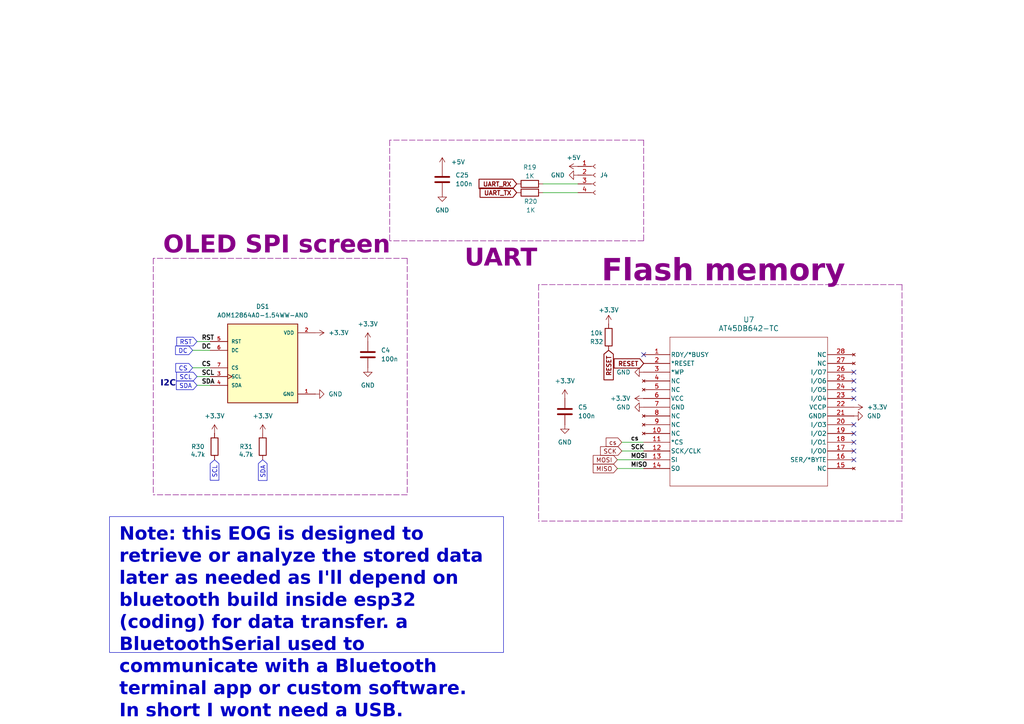
<source format=kicad_sch>
(kicad_sch
	(version 20231120)
	(generator "eeschema")
	(generator_version "8.0")
	(uuid "d1dfc8a6-f47f-4906-bf8d-ad484bc83e2f")
	(paper "A4")
	(lib_symbols
		(symbol "AOM12864A0-1.54WW-ANO:AOM12864A0-1.54WW-ANO"
			(pin_names
				(offset 1.016)
			)
			(exclude_from_sim no)
			(in_bom yes)
			(on_board yes)
			(property "Reference" "DS"
				(at -10.16 10.922 0)
				(effects
					(font
						(size 1.27 1.27)
					)
					(justify left bottom)
				)
			)
			(property "Value" "AOM12864A0-1.54WW-ANO"
				(at -10.16 -15.24 0)
				(effects
					(font
						(size 1.27 1.27)
					)
					(justify left bottom)
				)
			)
			(property "Footprint" "AOM12864A0-1.54WW-ANO:LCD_AOM12864A0-1.54WW-ANO"
				(at 0 0 0)
				(effects
					(font
						(size 1.27 1.27)
					)
					(justify bottom)
					(hide yes)
				)
			)
			(property "Datasheet" ""
				(at 0 0 0)
				(effects
					(font
						(size 1.27 1.27)
					)
					(hide yes)
				)
			)
			(property "Description" ""
				(at 0 0 0)
				(effects
					(font
						(size 1.27 1.27)
					)
					(hide yes)
				)
			)
			(property "DigiKey_Part_Number" "5491-AOM12864A0-1.54WW-ANO-ND"
				(at 0 0 0)
				(effects
					(font
						(size 1.27 1.27)
					)
					(justify bottom)
					(hide yes)
				)
			)
			(property "SnapEDA_Link" "https://www.snapeda.com/parts/AOM12864A0-1.54WW-ANO/Orient+Display/view-part/?ref=snap"
				(at 0 0 0)
				(effects
					(font
						(size 1.27 1.27)
					)
					(justify bottom)
					(hide yes)
				)
			)
			(property "MAXIMUM_PACKAGE_HEIGHT" "5.5mm"
				(at 0 0 0)
				(effects
					(font
						(size 1.27 1.27)
					)
					(justify bottom)
					(hide yes)
				)
			)
			(property "Package" "None"
				(at 0 0 0)
				(effects
					(font
						(size 1.27 1.27)
					)
					(justify bottom)
					(hide yes)
				)
			)
			(property "Check_prices" "https://www.snapeda.com/parts/AOM12864A0-1.54WW-ANO/Orient+Display/view-part/?ref=eda"
				(at 0 0 0)
				(effects
					(font
						(size 1.27 1.27)
					)
					(justify bottom)
					(hide yes)
				)
			)
			(property "STANDARD" "Manufacturer Recommendations"
				(at 0 0 0)
				(effects
					(font
						(size 1.27 1.27)
					)
					(justify bottom)
					(hide yes)
				)
			)
			(property "PARTREV" "O"
				(at 0 0 0)
				(effects
					(font
						(size 1.27 1.27)
					)
					(justify bottom)
					(hide yes)
				)
			)
			(property "MF" "Orient Display"
				(at 0 0 0)
				(effects
					(font
						(size 1.27 1.27)
					)
					(justify bottom)
					(hide yes)
				)
			)
			(property "MP" "AOM12864A0-1.54WW-ANO"
				(at 0 0 0)
				(effects
					(font
						(size 1.27 1.27)
					)
					(justify bottom)
					(hide yes)
				)
			)
			(property "Description_1" "\n                        \n                            Non-Touch Graphic LCD Display Module - White OLED SPI 1.54 (39.12mm) 128 x 64\n                        \n"
				(at 0 0 0)
				(effects
					(font
						(size 1.27 1.27)
					)
					(justify bottom)
					(hide yes)
				)
			)
			(property "MANUFACTURER" "Orient Display"
				(at 0 0 0)
				(effects
					(font
						(size 1.27 1.27)
					)
					(justify bottom)
					(hide yes)
				)
			)
			(symbol "AOM12864A0-1.54WW-ANO_0_0"
				(rectangle
					(start -10.16 -12.7)
					(end 10.16 10.16)
					(stroke
						(width 0.254)
						(type default)
					)
					(fill
						(type background)
					)
				)
				(pin power_in line
					(at 15.24 -10.16 180)
					(length 5.08)
					(name "GND"
						(effects
							(font
								(size 1.016 1.016)
							)
						)
					)
					(number "1"
						(effects
							(font
								(size 1.016 1.016)
							)
						)
					)
				)
				(pin power_in line
					(at 15.24 7.62 180)
					(length 5.08)
					(name "VDD"
						(effects
							(font
								(size 1.016 1.016)
							)
						)
					)
					(number "2"
						(effects
							(font
								(size 1.016 1.016)
							)
						)
					)
				)
				(pin input clock
					(at -15.24 -5.08 0)
					(length 5.08)
					(name "SCL"
						(effects
							(font
								(size 1.016 1.016)
							)
						)
					)
					(number "3"
						(effects
							(font
								(size 1.016 1.016)
							)
						)
					)
				)
				(pin bidirectional line
					(at -15.24 -7.62 0)
					(length 5.08)
					(name "SDA"
						(effects
							(font
								(size 1.016 1.016)
							)
						)
					)
					(number "4"
						(effects
							(font
								(size 1.016 1.016)
							)
						)
					)
				)
				(pin input line
					(at -15.24 5.08 0)
					(length 5.08)
					(name "RST"
						(effects
							(font
								(size 1.016 1.016)
							)
						)
					)
					(number "5"
						(effects
							(font
								(size 1.016 1.016)
							)
						)
					)
				)
				(pin input line
					(at -15.24 2.54 0)
					(length 5.08)
					(name "DC"
						(effects
							(font
								(size 1.016 1.016)
							)
						)
					)
					(number "6"
						(effects
							(font
								(size 1.016 1.016)
							)
						)
					)
				)
				(pin input line
					(at -15.24 -2.54 0)
					(length 5.08)
					(name "CS"
						(effects
							(font
								(size 1.016 1.016)
							)
						)
					)
					(number "7"
						(effects
							(font
								(size 1.016 1.016)
							)
						)
					)
				)
			)
		)
		(symbol "AT45DB642-TC:AT45DB642-TC"
			(pin_names
				(offset 0.254)
			)
			(exclude_from_sim no)
			(in_bom yes)
			(on_board yes)
			(property "Reference" "U"
				(at 30.48 10.16 0)
				(effects
					(font
						(size 1.524 1.524)
					)
				)
			)
			(property "Value" "AT45DB642-TC"
				(at 30.48 7.62 0)
				(effects
					(font
						(size 1.524 1.524)
					)
				)
			)
			(property "Footprint" "TSOP28_8x11P8_MCH"
				(at 0 0 0)
				(effects
					(font
						(size 1.27 1.27)
						(italic yes)
					)
					(hide yes)
				)
			)
			(property "Datasheet" "AT45DB642-TC"
				(at 0 0 0)
				(effects
					(font
						(size 1.27 1.27)
						(italic yes)
					)
					(hide yes)
				)
			)
			(property "Description" ""
				(at 0 0 0)
				(effects
					(font
						(size 1.27 1.27)
					)
					(hide yes)
				)
			)
			(property "ki_locked" ""
				(at 0 0 0)
				(effects
					(font
						(size 1.27 1.27)
					)
				)
			)
			(property "ki_keywords" "AT45DB642-TC"
				(at 0 0 0)
				(effects
					(font
						(size 1.27 1.27)
					)
					(hide yes)
				)
			)
			(property "ki_fp_filters" "TSOP28_8x11P8_MCH TSOP28_8x11P8_MCH-M TSOP28_8x11P8_MCH-L"
				(at 0 0 0)
				(effects
					(font
						(size 1.27 1.27)
					)
					(hide yes)
				)
			)
			(symbol "AT45DB642-TC_0_1"
				(polyline
					(pts
						(xy 7.62 -38.1) (xy 53.34 -38.1)
					)
					(stroke
						(width 0.127)
						(type default)
					)
					(fill
						(type none)
					)
				)
				(polyline
					(pts
						(xy 7.62 5.08) (xy 7.62 -38.1)
					)
					(stroke
						(width 0.127)
						(type default)
					)
					(fill
						(type none)
					)
				)
				(polyline
					(pts
						(xy 53.34 -38.1) (xy 53.34 5.08)
					)
					(stroke
						(width 0.127)
						(type default)
					)
					(fill
						(type none)
					)
				)
				(polyline
					(pts
						(xy 53.34 5.08) (xy 7.62 5.08)
					)
					(stroke
						(width 0.127)
						(type default)
					)
					(fill
						(type none)
					)
				)
				(pin unspecified line
					(at 0 0 0)
					(length 7.62)
					(name "RDY/*BUSY"
						(effects
							(font
								(size 1.27 1.27)
							)
						)
					)
					(number "1"
						(effects
							(font
								(size 1.27 1.27)
							)
						)
					)
				)
				(pin no_connect line
					(at 0 -22.86 0)
					(length 7.62)
					(name "NC"
						(effects
							(font
								(size 1.27 1.27)
							)
						)
					)
					(number "10"
						(effects
							(font
								(size 1.27 1.27)
							)
						)
					)
				)
				(pin unspecified line
					(at 0 -25.4 0)
					(length 7.62)
					(name "*CS"
						(effects
							(font
								(size 1.27 1.27)
							)
						)
					)
					(number "11"
						(effects
							(font
								(size 1.27 1.27)
							)
						)
					)
				)
				(pin unspecified line
					(at 0 -27.94 0)
					(length 7.62)
					(name "SCK/CLK"
						(effects
							(font
								(size 1.27 1.27)
							)
						)
					)
					(number "12"
						(effects
							(font
								(size 1.27 1.27)
							)
						)
					)
				)
				(pin unspecified line
					(at 0 -30.48 0)
					(length 7.62)
					(name "SI"
						(effects
							(font
								(size 1.27 1.27)
							)
						)
					)
					(number "13"
						(effects
							(font
								(size 1.27 1.27)
							)
						)
					)
				)
				(pin unspecified line
					(at 0 -33.02 0)
					(length 7.62)
					(name "SO"
						(effects
							(font
								(size 1.27 1.27)
							)
						)
					)
					(number "14"
						(effects
							(font
								(size 1.27 1.27)
							)
						)
					)
				)
				(pin no_connect line
					(at 60.96 -33.02 180)
					(length 7.62)
					(name "NC"
						(effects
							(font
								(size 1.27 1.27)
							)
						)
					)
					(number "15"
						(effects
							(font
								(size 1.27 1.27)
							)
						)
					)
				)
				(pin unspecified line
					(at 60.96 -30.48 180)
					(length 7.62)
					(name "SER/*BYTE"
						(effects
							(font
								(size 1.27 1.27)
							)
						)
					)
					(number "16"
						(effects
							(font
								(size 1.27 1.27)
							)
						)
					)
				)
				(pin bidirectional line
					(at 60.96 -27.94 180)
					(length 7.62)
					(name "I/O0"
						(effects
							(font
								(size 1.27 1.27)
							)
						)
					)
					(number "17"
						(effects
							(font
								(size 1.27 1.27)
							)
						)
					)
				)
				(pin bidirectional line
					(at 60.96 -25.4 180)
					(length 7.62)
					(name "I/O1"
						(effects
							(font
								(size 1.27 1.27)
							)
						)
					)
					(number "18"
						(effects
							(font
								(size 1.27 1.27)
							)
						)
					)
				)
				(pin bidirectional line
					(at 60.96 -22.86 180)
					(length 7.62)
					(name "I/O2"
						(effects
							(font
								(size 1.27 1.27)
							)
						)
					)
					(number "19"
						(effects
							(font
								(size 1.27 1.27)
							)
						)
					)
				)
				(pin unspecified line
					(at 0 -2.54 0)
					(length 7.62)
					(name "*RESET"
						(effects
							(font
								(size 1.27 1.27)
							)
						)
					)
					(number "2"
						(effects
							(font
								(size 1.27 1.27)
							)
						)
					)
				)
				(pin bidirectional line
					(at 60.96 -20.32 180)
					(length 7.62)
					(name "I/O3"
						(effects
							(font
								(size 1.27 1.27)
							)
						)
					)
					(number "20"
						(effects
							(font
								(size 1.27 1.27)
							)
						)
					)
				)
				(pin power_out line
					(at 60.96 -17.78 180)
					(length 7.62)
					(name "GNDP"
						(effects
							(font
								(size 1.27 1.27)
							)
						)
					)
					(number "21"
						(effects
							(font
								(size 1.27 1.27)
							)
						)
					)
				)
				(pin power_in line
					(at 60.96 -15.24 180)
					(length 7.62)
					(name "VCCP"
						(effects
							(font
								(size 1.27 1.27)
							)
						)
					)
					(number "22"
						(effects
							(font
								(size 1.27 1.27)
							)
						)
					)
				)
				(pin bidirectional line
					(at 60.96 -12.7 180)
					(length 7.62)
					(name "I/O4"
						(effects
							(font
								(size 1.27 1.27)
							)
						)
					)
					(number "23"
						(effects
							(font
								(size 1.27 1.27)
							)
						)
					)
				)
				(pin bidirectional line
					(at 60.96 -10.16 180)
					(length 7.62)
					(name "I/O5"
						(effects
							(font
								(size 1.27 1.27)
							)
						)
					)
					(number "24"
						(effects
							(font
								(size 1.27 1.27)
							)
						)
					)
				)
				(pin bidirectional line
					(at 60.96 -7.62 180)
					(length 7.62)
					(name "I/O6"
						(effects
							(font
								(size 1.27 1.27)
							)
						)
					)
					(number "25"
						(effects
							(font
								(size 1.27 1.27)
							)
						)
					)
				)
				(pin bidirectional line
					(at 60.96 -5.08 180)
					(length 7.62)
					(name "I/O7"
						(effects
							(font
								(size 1.27 1.27)
							)
						)
					)
					(number "26"
						(effects
							(font
								(size 1.27 1.27)
							)
						)
					)
				)
				(pin no_connect line
					(at 60.96 -2.54 180)
					(length 7.62)
					(name "NC"
						(effects
							(font
								(size 1.27 1.27)
							)
						)
					)
					(number "27"
						(effects
							(font
								(size 1.27 1.27)
							)
						)
					)
				)
				(pin no_connect line
					(at 60.96 0 180)
					(length 7.62)
					(name "NC"
						(effects
							(font
								(size 1.27 1.27)
							)
						)
					)
					(number "28"
						(effects
							(font
								(size 1.27 1.27)
							)
						)
					)
				)
				(pin unspecified line
					(at 0 -5.08 0)
					(length 7.62)
					(name "*WP"
						(effects
							(font
								(size 1.27 1.27)
							)
						)
					)
					(number "3"
						(effects
							(font
								(size 1.27 1.27)
							)
						)
					)
				)
				(pin no_connect line
					(at 0 -7.62 0)
					(length 7.62)
					(name "NC"
						(effects
							(font
								(size 1.27 1.27)
							)
						)
					)
					(number "4"
						(effects
							(font
								(size 1.27 1.27)
							)
						)
					)
				)
				(pin no_connect line
					(at 0 -10.16 0)
					(length 7.62)
					(name "NC"
						(effects
							(font
								(size 1.27 1.27)
							)
						)
					)
					(number "5"
						(effects
							(font
								(size 1.27 1.27)
							)
						)
					)
				)
				(pin power_in line
					(at 0 -12.7 0)
					(length 7.62)
					(name "VCC"
						(effects
							(font
								(size 1.27 1.27)
							)
						)
					)
					(number "6"
						(effects
							(font
								(size 1.27 1.27)
							)
						)
					)
				)
				(pin power_out line
					(at 0 -15.24 0)
					(length 7.62)
					(name "GND"
						(effects
							(font
								(size 1.27 1.27)
							)
						)
					)
					(number "7"
						(effects
							(font
								(size 1.27 1.27)
							)
						)
					)
				)
				(pin no_connect line
					(at 0 -17.78 0)
					(length 7.62)
					(name "NC"
						(effects
							(font
								(size 1.27 1.27)
							)
						)
					)
					(number "8"
						(effects
							(font
								(size 1.27 1.27)
							)
						)
					)
				)
				(pin no_connect line
					(at 0 -20.32 0)
					(length 7.62)
					(name "NC"
						(effects
							(font
								(size 1.27 1.27)
							)
						)
					)
					(number "9"
						(effects
							(font
								(size 1.27 1.27)
							)
						)
					)
				)
			)
		)
		(symbol "Connector:Conn_01x04_Socket"
			(pin_names
				(offset 1.016) hide)
			(exclude_from_sim no)
			(in_bom yes)
			(on_board yes)
			(property "Reference" "J"
				(at 0 5.08 0)
				(effects
					(font
						(size 1.27 1.27)
					)
				)
			)
			(property "Value" "Conn_01x04_Socket"
				(at 0 -7.62 0)
				(effects
					(font
						(size 1.27 1.27)
					)
				)
			)
			(property "Footprint" ""
				(at 0 0 0)
				(effects
					(font
						(size 1.27 1.27)
					)
					(hide yes)
				)
			)
			(property "Datasheet" "~"
				(at 0 0 0)
				(effects
					(font
						(size 1.27 1.27)
					)
					(hide yes)
				)
			)
			(property "Description" "Generic connector, single row, 01x04, script generated"
				(at 0 0 0)
				(effects
					(font
						(size 1.27 1.27)
					)
					(hide yes)
				)
			)
			(property "ki_locked" ""
				(at 0 0 0)
				(effects
					(font
						(size 1.27 1.27)
					)
				)
			)
			(property "ki_keywords" "connector"
				(at 0 0 0)
				(effects
					(font
						(size 1.27 1.27)
					)
					(hide yes)
				)
			)
			(property "ki_fp_filters" "Connector*:*_1x??_*"
				(at 0 0 0)
				(effects
					(font
						(size 1.27 1.27)
					)
					(hide yes)
				)
			)
			(symbol "Conn_01x04_Socket_1_1"
				(arc
					(start 0 -4.572)
					(mid -0.5058 -5.08)
					(end 0 -5.588)
					(stroke
						(width 0.1524)
						(type default)
					)
					(fill
						(type none)
					)
				)
				(arc
					(start 0 -2.032)
					(mid -0.5058 -2.54)
					(end 0 -3.048)
					(stroke
						(width 0.1524)
						(type default)
					)
					(fill
						(type none)
					)
				)
				(polyline
					(pts
						(xy -1.27 -5.08) (xy -0.508 -5.08)
					)
					(stroke
						(width 0.1524)
						(type default)
					)
					(fill
						(type none)
					)
				)
				(polyline
					(pts
						(xy -1.27 -2.54) (xy -0.508 -2.54)
					)
					(stroke
						(width 0.1524)
						(type default)
					)
					(fill
						(type none)
					)
				)
				(polyline
					(pts
						(xy -1.27 0) (xy -0.508 0)
					)
					(stroke
						(width 0.1524)
						(type default)
					)
					(fill
						(type none)
					)
				)
				(polyline
					(pts
						(xy -1.27 2.54) (xy -0.508 2.54)
					)
					(stroke
						(width 0.1524)
						(type default)
					)
					(fill
						(type none)
					)
				)
				(arc
					(start 0 0.508)
					(mid -0.5058 0)
					(end 0 -0.508)
					(stroke
						(width 0.1524)
						(type default)
					)
					(fill
						(type none)
					)
				)
				(arc
					(start 0 3.048)
					(mid -0.5058 2.54)
					(end 0 2.032)
					(stroke
						(width 0.1524)
						(type default)
					)
					(fill
						(type none)
					)
				)
				(pin passive line
					(at -5.08 2.54 0)
					(length 3.81)
					(name "Pin_1"
						(effects
							(font
								(size 1.27 1.27)
							)
						)
					)
					(number "1"
						(effects
							(font
								(size 1.27 1.27)
							)
						)
					)
				)
				(pin passive line
					(at -5.08 0 0)
					(length 3.81)
					(name "Pin_2"
						(effects
							(font
								(size 1.27 1.27)
							)
						)
					)
					(number "2"
						(effects
							(font
								(size 1.27 1.27)
							)
						)
					)
				)
				(pin passive line
					(at -5.08 -2.54 0)
					(length 3.81)
					(name "Pin_3"
						(effects
							(font
								(size 1.27 1.27)
							)
						)
					)
					(number "3"
						(effects
							(font
								(size 1.27 1.27)
							)
						)
					)
				)
				(pin passive line
					(at -5.08 -5.08 0)
					(length 3.81)
					(name "Pin_4"
						(effects
							(font
								(size 1.27 1.27)
							)
						)
					)
					(number "4"
						(effects
							(font
								(size 1.27 1.27)
							)
						)
					)
				)
			)
		)
		(symbol "Device:C"
			(pin_numbers hide)
			(pin_names
				(offset 0.254)
			)
			(exclude_from_sim no)
			(in_bom yes)
			(on_board yes)
			(property "Reference" "C"
				(at 0.635 2.54 0)
				(effects
					(font
						(size 1.27 1.27)
					)
					(justify left)
				)
			)
			(property "Value" "C"
				(at 0.635 -2.54 0)
				(effects
					(font
						(size 1.27 1.27)
					)
					(justify left)
				)
			)
			(property "Footprint" ""
				(at 0.9652 -3.81 0)
				(effects
					(font
						(size 1.27 1.27)
					)
					(hide yes)
				)
			)
			(property "Datasheet" "~"
				(at 0 0 0)
				(effects
					(font
						(size 1.27 1.27)
					)
					(hide yes)
				)
			)
			(property "Description" "Unpolarized capacitor"
				(at 0 0 0)
				(effects
					(font
						(size 1.27 1.27)
					)
					(hide yes)
				)
			)
			(property "ki_keywords" "cap capacitor"
				(at 0 0 0)
				(effects
					(font
						(size 1.27 1.27)
					)
					(hide yes)
				)
			)
			(property "ki_fp_filters" "C_*"
				(at 0 0 0)
				(effects
					(font
						(size 1.27 1.27)
					)
					(hide yes)
				)
			)
			(symbol "C_0_1"
				(polyline
					(pts
						(xy -2.032 -0.762) (xy 2.032 -0.762)
					)
					(stroke
						(width 0.508)
						(type default)
					)
					(fill
						(type none)
					)
				)
				(polyline
					(pts
						(xy -2.032 0.762) (xy 2.032 0.762)
					)
					(stroke
						(width 0.508)
						(type default)
					)
					(fill
						(type none)
					)
				)
			)
			(symbol "C_1_1"
				(pin passive line
					(at 0 3.81 270)
					(length 2.794)
					(name "~"
						(effects
							(font
								(size 1.27 1.27)
							)
						)
					)
					(number "1"
						(effects
							(font
								(size 1.27 1.27)
							)
						)
					)
				)
				(pin passive line
					(at 0 -3.81 90)
					(length 2.794)
					(name "~"
						(effects
							(font
								(size 1.27 1.27)
							)
						)
					)
					(number "2"
						(effects
							(font
								(size 1.27 1.27)
							)
						)
					)
				)
			)
		)
		(symbol "Device:R"
			(pin_numbers hide)
			(pin_names
				(offset 0)
			)
			(exclude_from_sim no)
			(in_bom yes)
			(on_board yes)
			(property "Reference" "R"
				(at 2.032 0 90)
				(effects
					(font
						(size 1.27 1.27)
					)
				)
			)
			(property "Value" "R"
				(at 0 0 90)
				(effects
					(font
						(size 1.27 1.27)
					)
				)
			)
			(property "Footprint" ""
				(at -1.778 0 90)
				(effects
					(font
						(size 1.27 1.27)
					)
					(hide yes)
				)
			)
			(property "Datasheet" "~"
				(at 0 0 0)
				(effects
					(font
						(size 1.27 1.27)
					)
					(hide yes)
				)
			)
			(property "Description" "Resistor"
				(at 0 0 0)
				(effects
					(font
						(size 1.27 1.27)
					)
					(hide yes)
				)
			)
			(property "ki_keywords" "R res resistor"
				(at 0 0 0)
				(effects
					(font
						(size 1.27 1.27)
					)
					(hide yes)
				)
			)
			(property "ki_fp_filters" "R_*"
				(at 0 0 0)
				(effects
					(font
						(size 1.27 1.27)
					)
					(hide yes)
				)
			)
			(symbol "R_0_1"
				(rectangle
					(start -1.016 -2.54)
					(end 1.016 2.54)
					(stroke
						(width 0.254)
						(type default)
					)
					(fill
						(type none)
					)
				)
			)
			(symbol "R_1_1"
				(pin passive line
					(at 0 3.81 270)
					(length 1.27)
					(name "~"
						(effects
							(font
								(size 1.27 1.27)
							)
						)
					)
					(number "1"
						(effects
							(font
								(size 1.27 1.27)
							)
						)
					)
				)
				(pin passive line
					(at 0 -3.81 90)
					(length 1.27)
					(name "~"
						(effects
							(font
								(size 1.27 1.27)
							)
						)
					)
					(number "2"
						(effects
							(font
								(size 1.27 1.27)
							)
						)
					)
				)
			)
		)
		(symbol "power:+3.3V"
			(power)
			(pin_numbers hide)
			(pin_names
				(offset 0) hide)
			(exclude_from_sim no)
			(in_bom yes)
			(on_board yes)
			(property "Reference" "#PWR"
				(at 0 -3.81 0)
				(effects
					(font
						(size 1.27 1.27)
					)
					(hide yes)
				)
			)
			(property "Value" "+3.3V"
				(at 0 3.556 0)
				(effects
					(font
						(size 1.27 1.27)
					)
				)
			)
			(property "Footprint" ""
				(at 0 0 0)
				(effects
					(font
						(size 1.27 1.27)
					)
					(hide yes)
				)
			)
			(property "Datasheet" ""
				(at 0 0 0)
				(effects
					(font
						(size 1.27 1.27)
					)
					(hide yes)
				)
			)
			(property "Description" "Power symbol creates a global label with name \"+3.3V\""
				(at 0 0 0)
				(effects
					(font
						(size 1.27 1.27)
					)
					(hide yes)
				)
			)
			(property "ki_keywords" "global power"
				(at 0 0 0)
				(effects
					(font
						(size 1.27 1.27)
					)
					(hide yes)
				)
			)
			(symbol "+3.3V_0_1"
				(polyline
					(pts
						(xy -0.762 1.27) (xy 0 2.54)
					)
					(stroke
						(width 0)
						(type default)
					)
					(fill
						(type none)
					)
				)
				(polyline
					(pts
						(xy 0 0) (xy 0 2.54)
					)
					(stroke
						(width 0)
						(type default)
					)
					(fill
						(type none)
					)
				)
				(polyline
					(pts
						(xy 0 2.54) (xy 0.762 1.27)
					)
					(stroke
						(width 0)
						(type default)
					)
					(fill
						(type none)
					)
				)
			)
			(symbol "+3.3V_1_1"
				(pin power_in line
					(at 0 0 90)
					(length 0)
					(name "~"
						(effects
							(font
								(size 1.27 1.27)
							)
						)
					)
					(number "1"
						(effects
							(font
								(size 1.27 1.27)
							)
						)
					)
				)
			)
		)
		(symbol "power:GND"
			(power)
			(pin_numbers hide)
			(pin_names
				(offset 0) hide)
			(exclude_from_sim no)
			(in_bom yes)
			(on_board yes)
			(property "Reference" "#PWR"
				(at 0 -6.35 0)
				(effects
					(font
						(size 1.27 1.27)
					)
					(hide yes)
				)
			)
			(property "Value" "GND"
				(at 0 -3.81 0)
				(effects
					(font
						(size 1.27 1.27)
					)
				)
			)
			(property "Footprint" ""
				(at 0 0 0)
				(effects
					(font
						(size 1.27 1.27)
					)
					(hide yes)
				)
			)
			(property "Datasheet" ""
				(at 0 0 0)
				(effects
					(font
						(size 1.27 1.27)
					)
					(hide yes)
				)
			)
			(property "Description" "Power symbol creates a global label with name \"GND\" , ground"
				(at 0 0 0)
				(effects
					(font
						(size 1.27 1.27)
					)
					(hide yes)
				)
			)
			(property "ki_keywords" "global power"
				(at 0 0 0)
				(effects
					(font
						(size 1.27 1.27)
					)
					(hide yes)
				)
			)
			(symbol "GND_0_1"
				(polyline
					(pts
						(xy 0 0) (xy 0 -1.27) (xy 1.27 -1.27) (xy 0 -2.54) (xy -1.27 -1.27) (xy 0 -1.27)
					)
					(stroke
						(width 0)
						(type default)
					)
					(fill
						(type none)
					)
				)
			)
			(symbol "GND_1_1"
				(pin power_in line
					(at 0 0 270)
					(length 0)
					(name "~"
						(effects
							(font
								(size 1.27 1.27)
							)
						)
					)
					(number "1"
						(effects
							(font
								(size 1.27 1.27)
							)
						)
					)
				)
			)
		)
	)
	(no_connect
		(at 247.65 115.57)
		(uuid "4382b056-f722-46da-9cc9-fd1ffaac47a7")
	)
	(no_connect
		(at 247.65 123.19)
		(uuid "4e3212ab-7b90-446e-a69e-234a30882c55")
	)
	(no_connect
		(at 247.65 128.27)
		(uuid "5fd135c3-c21d-464c-8190-74b2bb271f78")
	)
	(no_connect
		(at 247.65 133.35)
		(uuid "76352200-0216-427e-9513-16d06dbf3e9a")
	)
	(no_connect
		(at 186.69 102.87)
		(uuid "790dad4c-6be2-411f-8ec0-9963fb570d06")
	)
	(no_connect
		(at 247.65 113.03)
		(uuid "79de4107-0a3b-4c12-b92e-492a42d70a5a")
	)
	(no_connect
		(at 247.65 110.49)
		(uuid "83e968a6-66c9-4515-b2c9-0923735cb26b")
	)
	(no_connect
		(at 247.65 107.95)
		(uuid "8c02a848-7cae-4bbe-8cbb-1c85b19143b6")
	)
	(no_connect
		(at 247.65 130.81)
		(uuid "bf092a49-9807-4da2-b90e-d78c8719642f")
	)
	(no_connect
		(at 247.65 125.73)
		(uuid "c4a9d742-0915-4079-b77c-f6ce9b70943f")
	)
	(wire
		(pts
			(xy 118.11 143.51) (xy 44.45 143.51)
		)
		(stroke
			(width 0)
			(type dash)
			(color 132 0 132 1)
		)
		(uuid "062e78d2-34f3-41a2-8706-82cf1c4f1d64")
	)
	(wire
		(pts
			(xy 261.62 151.13) (xy 156.21 151.13)
		)
		(stroke
			(width 0)
			(type dash)
			(color 132 0 132 1)
		)
		(uuid "102ef891-fa0f-45d7-8549-46e2611d7725")
	)
	(wire
		(pts
			(xy 186.69 40.64) (xy 113.03 40.64)
		)
		(stroke
			(width 0)
			(type dash)
			(color 132 0 132 1)
		)
		(uuid "1203160c-4605-4ce6-af11-16083f10b114")
	)
	(wire
		(pts
			(xy 118.11 74.93) (xy 44.45 74.93)
		)
		(stroke
			(width 0)
			(type dash)
			(color 132 0 132 1)
		)
		(uuid "1d579a68-44ac-4126-8d8c-f15190f0a0e8")
	)
	(wire
		(pts
			(xy 179.07 133.35) (xy 186.69 133.35)
		)
		(stroke
			(width 0)
			(type default)
		)
		(uuid "27ef17b3-b76d-42dd-8ae0-559c067d9622")
	)
	(wire
		(pts
			(xy 261.62 82.55) (xy 261.62 151.13)
		)
		(stroke
			(width 0)
			(type dash)
			(color 132 0 132 1)
		)
		(uuid "28dccee7-694a-4cc6-8287-745b945bedd8")
	)
	(wire
		(pts
			(xy 57.15 111.76) (xy 60.96 111.76)
		)
		(stroke
			(width 0)
			(type default)
		)
		(uuid "321739e6-0332-42d7-9390-2053436556d6")
	)
	(wire
		(pts
			(xy 186.69 69.85) (xy 113.03 69.85)
		)
		(stroke
			(width 0)
			(type dash)
			(color 132 0 132 1)
		)
		(uuid "3cce67b9-85dc-4160-a02e-2f45e04cb74d")
	)
	(wire
		(pts
			(xy 57.15 109.22) (xy 60.96 109.22)
		)
		(stroke
			(width 0)
			(type default)
		)
		(uuid "479923c3-0e98-4f20-8873-18ff0ad9f531")
	)
	(wire
		(pts
			(xy 186.69 40.64) (xy 186.69 69.85)
		)
		(stroke
			(width 0)
			(type dash)
			(color 132 0 132 1)
		)
		(uuid "7eb2a5d3-5795-4f65-b1db-e16f83aa8f30")
	)
	(wire
		(pts
			(xy 113.03 40.64) (xy 113.03 69.85)
		)
		(stroke
			(width 0)
			(type dash)
			(color 132 0 132 1)
		)
		(uuid "86cb54da-0d7c-45e4-a674-201245339bbf")
	)
	(wire
		(pts
			(xy 55.88 106.68) (xy 60.96 106.68)
		)
		(stroke
			(width 0)
			(type default)
		)
		(uuid "89870fa7-e3ba-48fd-a6ef-0019350c378d")
	)
	(wire
		(pts
			(xy 157.48 55.88) (xy 167.64 55.88)
		)
		(stroke
			(width 0)
			(type default)
		)
		(uuid "95d8b79a-46bc-465b-a711-964c6b9a4dad")
	)
	(wire
		(pts
			(xy 156.21 82.55) (xy 156.21 151.13)
		)
		(stroke
			(width 0)
			(type dash)
			(color 132 0 132 1)
		)
		(uuid "a6e40f2b-739e-4ca3-9277-7635bb2084af")
	)
	(wire
		(pts
			(xy 261.62 82.55) (xy 156.21 82.55)
		)
		(stroke
			(width 0)
			(type dash)
			(color 132 0 132 1)
		)
		(uuid "a744c5d1-b0aa-4318-8426-58ab0101743f")
	)
	(wire
		(pts
			(xy 180.34 130.81) (xy 186.69 130.81)
		)
		(stroke
			(width 0)
			(type default)
		)
		(uuid "add6362d-cadc-4ff2-87cf-fc4b218cd502")
	)
	(wire
		(pts
			(xy 44.45 74.93) (xy 44.45 143.51)
		)
		(stroke
			(width 0)
			(type dash)
			(color 132 0 132 1)
		)
		(uuid "af9682b8-d10f-4ebc-99b3-6c17f4eeb4b4")
	)
	(wire
		(pts
			(xy 157.48 53.34) (xy 167.64 53.34)
		)
		(stroke
			(width 0)
			(type default)
		)
		(uuid "c1c636f4-41e7-4cb0-9214-7adc3fbdede8")
	)
	(wire
		(pts
			(xy 118.11 74.93) (xy 118.11 143.51)
		)
		(stroke
			(width 0)
			(type dash)
			(color 132 0 132 1)
		)
		(uuid "c2f569e4-dd4c-4365-8ad4-cb8cd506381b")
	)
	(wire
		(pts
			(xy 57.15 99.06) (xy 60.96 99.06)
		)
		(stroke
			(width 0)
			(type default)
		)
		(uuid "eb4c12b4-08cd-467e-a20a-5f2a5e432ec5")
	)
	(wire
		(pts
			(xy 179.07 135.89) (xy 186.69 135.89)
		)
		(stroke
			(width 0)
			(type default)
		)
		(uuid "ee7a05fc-0aa1-4c95-91ae-ea727c658b8d")
	)
	(wire
		(pts
			(xy 55.88 101.6) (xy 60.96 101.6)
		)
		(stroke
			(width 0)
			(type default)
		)
		(uuid "f090c36d-a720-4363-9740-a2d7f34d37b4")
	)
	(wire
		(pts
			(xy 180.34 128.27) (xy 186.69 128.27)
		)
		(stroke
			(width 0)
			(type default)
		)
		(uuid "fce2d98b-fb74-45f0-b317-1cd212a959ff")
	)
	(text_box "Note: this EOG is designed to retrieve or analyze the stored data later as needed as I'll depend on bluetooth build inside esp32 (coding) for data transfer. a BluetoothSerial used to communicate with a Bluetooth terminal app or custom software. In short I wont need a USB."
		(exclude_from_sim no)
		(at 31.75 149.86 0)
		(size 114.3 39.37)
		(stroke
			(width 0)
			(type default)
		)
		(fill
			(type color)
			(color 255 255 255 1)
		)
		(effects
			(font
				(face "Andalus")
				(size 3.81 3.81)
				(thickness 0.254)
				(bold yes)
			)
			(justify left top)
			(href "https://ibb.co/jf5WWqH")
		)
		(uuid "54b63b3c-0cf6-4753-a37c-a963bb7ed04b")
	)
	(text "OLED SPI screen"
		(exclude_from_sim no)
		(at 80.264 72.644 0)
		(effects
			(font
				(face "Andalus")
				(size 5.08 5.08)
				(thickness 0.254)
				(bold yes)
				(color 132 0 132 1)
			)
		)
		(uuid "24196434-f003-415e-acb4-12293160fc71")
	)
	(text "I2C"
		(exclude_from_sim no)
		(at 48.768 111.76 0)
		(effects
			(font
				(face "Andalus")
				(size 1.778 1.778)
				(thickness 0.254)
				(bold yes)
				(color 0 0 132 1)
			)
		)
		(uuid "32ce2589-c4ad-4d29-b5a8-421eb035d1a5")
	)
	(text "UART"
		(exclude_from_sim no)
		(at 145.288 76.454 0)
		(effects
			(font
				(face "Andalus")
				(size 5.08 5.08)
				(thickness 0.254)
				(bold yes)
				(color 132 0 132 1)
			)
		)
		(uuid "73231e7c-1cd3-4f2a-8ecf-03ff84ee1b77")
	)
	(text "Flash memory"
		(exclude_from_sim no)
		(at 209.804 80.518 0)
		(effects
			(font
				(face "Andalus")
				(size 6.35 6.35)
				(thickness 0.254)
				(bold yes)
				(color 132 0 132 1)
			)
		)
		(uuid "9718949c-2e29-4804-a1bb-2326899da205")
	)
	(label "cs"
		(at 182.88 128.27 0)
		(fields_autoplaced yes)
		(effects
			(font
				(size 1.27 1.27)
				(thickness 0.254)
				(bold yes)
			)
			(justify left bottom)
		)
		(uuid "222e03f0-2ac7-49ce-820a-a70c552c68bd")
	)
	(label "SCL"
		(at 58.42 109.22 0)
		(fields_autoplaced yes)
		(effects
			(font
				(size 1.27 1.27)
				(thickness 0.254)
				(bold yes)
			)
			(justify left bottom)
		)
		(uuid "2c1b867b-4979-4340-9e38-bfadcf24f1a7")
	)
	(label "DC"
		(at 58.42 101.6 0)
		(fields_autoplaced yes)
		(effects
			(font
				(size 1.27 1.27)
				(thickness 0.254)
				(bold yes)
			)
			(justify left bottom)
		)
		(uuid "33a50e02-cdca-40ab-8a81-9823af160dd7")
	)
	(label "MOSI"
		(at 182.88 133.35 0)
		(fields_autoplaced yes)
		(effects
			(font
				(size 1.27 1.27)
				(thickness 0.254)
				(bold yes)
			)
			(justify left bottom)
		)
		(uuid "62abd962-1efb-4894-99be-d8ea77e59645")
	)
	(label "MISO"
		(at 182.88 135.89 0)
		(fields_autoplaced yes)
		(effects
			(font
				(size 1.27 1.27)
				(thickness 0.254)
				(bold yes)
			)
			(justify left bottom)
		)
		(uuid "8a601c40-bd04-4c47-871c-2c8bc49ea543")
	)
	(label "SCK"
		(at 182.88 130.81 0)
		(fields_autoplaced yes)
		(effects
			(font
				(size 1.27 1.27)
				(thickness 0.254)
				(bold yes)
			)
			(justify left bottom)
		)
		(uuid "97604b62-4a52-4e03-8bdb-0338fb91a5f9")
	)
	(label "CS"
		(at 58.42 106.68 0)
		(fields_autoplaced yes)
		(effects
			(font
				(size 1.27 1.27)
				(thickness 0.254)
				(bold yes)
			)
			(justify left bottom)
		)
		(uuid "b10001ad-0f88-4d7c-82cd-6f2f0d07692c")
	)
	(label "SDA"
		(at 58.42 111.76 0)
		(fields_autoplaced yes)
		(effects
			(font
				(size 1.27 1.27)
				(thickness 0.254)
				(bold yes)
			)
			(justify left bottom)
		)
		(uuid "ba168299-a6bd-4ef1-9ff1-096d5c586038")
	)
	(label "RST"
		(at 58.42 99.06 0)
		(fields_autoplaced yes)
		(effects
			(font
				(size 1.27 1.27)
				(thickness 0.254)
				(bold yes)
			)
			(justify left bottom)
		)
		(uuid "f37d26c4-c791-4c39-9d8e-6078160feda4")
	)
	(global_label "SCL"
		(shape input)
		(at 57.15 109.22 180)
		(fields_autoplaced yes)
		(effects
			(font
				(size 1.27 1.27)
				(color 0 0 194 1)
			)
			(justify right)
		)
		(uuid "061a8cc3-99ef-47bf-9a39-3f45c2435fca")
		(property "Intersheetrefs" "${INTERSHEET_REFS}"
			(at 50.6572 109.22 0)
			(effects
				(font
					(size 1.27 1.27)
				)
				(justify right)
				(hide yes)
			)
		)
	)
	(global_label "cs"
		(shape input)
		(at 180.34 128.27 180)
		(fields_autoplaced yes)
		(effects
			(font
				(size 1.27 1.27)
			)
			(justify right)
		)
		(uuid "4f12fff0-6381-44b1-90ad-515408fad069")
		(property "Intersheetrefs" "${INTERSHEET_REFS}"
			(at 175.2381 128.27 0)
			(effects
				(font
					(size 1.27 1.27)
				)
				(justify right)
				(hide yes)
			)
		)
	)
	(global_label "RST"
		(shape input)
		(at 57.15 99.06 180)
		(fields_autoplaced yes)
		(effects
			(font
				(size 1.27 1.27)
				(color 0 0 194 1)
			)
			(justify right)
		)
		(uuid "5ab69aba-1ad6-4668-b7c5-e0a2eb0a763b")
		(property "Intersheetrefs" "${INTERSHEET_REFS}"
			(at 50.7177 99.06 0)
			(effects
				(font
					(size 1.27 1.27)
				)
				(justify right)
				(hide yes)
			)
		)
	)
	(global_label "SCL"
		(shape input)
		(at 62.23 133.35 270)
		(fields_autoplaced yes)
		(effects
			(font
				(size 1.27 1.27)
				(color 0 0 194 1)
			)
			(justify right)
		)
		(uuid "83010be4-7d30-4728-9250-b2cb7655d226")
		(property "Intersheetrefs" "${INTERSHEET_REFS}"
			(at 62.23 139.8428 90)
			(effects
				(font
					(size 1.27 1.27)
				)
				(justify right)
				(hide yes)
			)
		)
	)
	(global_label "SDA"
		(shape input)
		(at 76.2 133.35 270)
		(fields_autoplaced yes)
		(effects
			(font
				(size 1.27 1.27)
				(color 0 0 194 1)
			)
			(justify right)
		)
		(uuid "84fa2989-1a4e-4713-a638-0d2cbc59b1b7")
		(property "Intersheetrefs" "${INTERSHEET_REFS}"
			(at 76.2 139.9033 90)
			(effects
				(font
					(size 1.27 1.27)
				)
				(justify right)
				(hide yes)
			)
		)
	)
	(global_label "RESET"
		(shape input)
		(at 176.53 101.6 270)
		(fields_autoplaced yes)
		(effects
			(font
				(size 1.27 1.27)
				(thickness 0.254)
				(bold yes)
			)
			(justify right)
		)
		(uuid "91846506-a412-414b-8d0f-962399ebfacb")
		(property "Intersheetrefs" "${INTERSHEET_REFS}"
			(at 176.53 110.8063 90)
			(effects
				(font
					(size 1.27 1.27)
				)
				(justify right)
				(hide yes)
			)
		)
	)
	(global_label "CS"
		(shape input)
		(at 55.88 106.68 180)
		(fields_autoplaced yes)
		(effects
			(font
				(size 1.27 1.27)
				(color 0 0 194 1)
			)
			(justify right)
		)
		(uuid "9a9e85a3-aa7a-4b4f-9f83-17a30508e6f5")
		(property "Intersheetrefs" "${INTERSHEET_REFS}"
			(at 50.4153 106.68 0)
			(effects
				(font
					(size 1.27 1.27)
				)
				(justify right)
				(hide yes)
			)
		)
	)
	(global_label "UART_TX"
		(shape input)
		(at 149.86 55.88 180)
		(fields_autoplaced yes)
		(effects
			(font
				(size 1.27 1.27)
				(thickness 0.254)
				(bold yes)
			)
			(justify right)
		)
		(uuid "a78d9fdc-f4c8-4741-8128-817d6c3e4344")
		(property "Intersheetrefs" "${INTERSHEET_REFS}"
			(at 138.5974 55.88 0)
			(effects
				(font
					(size 1.27 1.27)
				)
				(justify right)
				(hide yes)
			)
		)
	)
	(global_label "SDA"
		(shape input)
		(at 57.15 111.76 180)
		(fields_autoplaced yes)
		(effects
			(font
				(size 1.27 1.27)
				(color 0 0 194 1)
			)
			(justify right)
		)
		(uuid "c2c913c6-8408-49f5-a904-d7ff855f8766")
		(property "Intersheetrefs" "${INTERSHEET_REFS}"
			(at 50.5967 111.76 0)
			(effects
				(font
					(size 1.27 1.27)
				)
				(justify right)
				(hide yes)
			)
		)
	)
	(global_label "MOSI"
		(shape input)
		(at 179.07 133.35 180)
		(fields_autoplaced yes)
		(effects
			(font
				(size 1.27 1.27)
			)
			(justify right)
		)
		(uuid "d6b8e0ee-4a02-4914-953b-a684446139d0")
		(property "Intersheetrefs" "${INTERSHEET_REFS}"
			(at 171.4886 133.35 0)
			(effects
				(font
					(size 1.27 1.27)
				)
				(justify right)
				(hide yes)
			)
		)
	)
	(global_label "RESET"
		(shape input)
		(at 186.69 105.41 180)
		(fields_autoplaced yes)
		(effects
			(font
				(size 1.27 1.27)
				(thickness 0.254)
				(bold yes)
			)
			(justify right)
		)
		(uuid "d7022e64-e518-44d4-9526-540072cbdadb")
		(property "Intersheetrefs" "${INTERSHEET_REFS}"
			(at 177.4837 105.41 0)
			(effects
				(font
					(size 1.27 1.27)
				)
				(justify right)
				(hide yes)
			)
		)
	)
	(global_label "MISO"
		(shape input)
		(at 179.07 135.89 180)
		(fields_autoplaced yes)
		(effects
			(font
				(size 1.27 1.27)
			)
			(justify right)
		)
		(uuid "e5836b4f-1642-4993-85fe-9695c8fb894a")
		(property "Intersheetrefs" "${INTERSHEET_REFS}"
			(at 171.4886 135.89 0)
			(effects
				(font
					(size 1.27 1.27)
				)
				(justify right)
				(hide yes)
			)
		)
	)
	(global_label "DC"
		(shape input)
		(at 55.88 101.6 180)
		(fields_autoplaced yes)
		(effects
			(font
				(size 1.27 1.27)
				(color 0 0 194 1)
			)
			(justify right)
		)
		(uuid "ec407cd5-40f0-42c5-8f17-323fa4b4dd0f")
		(property "Intersheetrefs" "${INTERSHEET_REFS}"
			(at 50.3548 101.6 0)
			(effects
				(font
					(size 1.27 1.27)
				)
				(justify right)
				(hide yes)
			)
		)
	)
	(global_label "SCK"
		(shape input)
		(at 180.34 130.81 180)
		(fields_autoplaced yes)
		(effects
			(font
				(size 1.27 1.27)
			)
			(justify right)
		)
		(uuid "ef83244a-661f-44c9-899e-65a58d2f7a43")
		(property "Intersheetrefs" "${INTERSHEET_REFS}"
			(at 173.6053 130.81 0)
			(effects
				(font
					(size 1.27 1.27)
				)
				(justify right)
				(hide yes)
			)
		)
	)
	(global_label "UART_RX"
		(shape input)
		(at 149.86 53.34 180)
		(fields_autoplaced yes)
		(effects
			(font
				(size 1.27 1.27)
				(thickness 0.254)
				(bold yes)
			)
			(justify right)
		)
		(uuid "f0776168-7eb7-42c2-9f8b-844272715c73")
		(property "Intersheetrefs" "${INTERSHEET_REFS}"
			(at 138.295 53.34 0)
			(effects
				(font
					(size 1.27 1.27)
				)
				(justify right)
				(hide yes)
			)
		)
	)
	(symbol
		(lib_id "power:+3.3V")
		(at 167.64 48.26 90)
		(unit 1)
		(exclude_from_sim no)
		(in_bom yes)
		(on_board yes)
		(dnp no)
		(fields_autoplaced yes)
		(uuid "0a452b15-b34b-4b30-9ccf-901f765b60c7")
		(property "Reference" "#PWR054"
			(at 171.45 48.26 0)
			(effects
				(font
					(size 1.27 1.27)
				)
				(hide yes)
			)
		)
		(property "Value" "+5V"
			(at 166.37 45.72 90)
			(effects
				(font
					(size 1.27 1.27)
				)
			)
		)
		(property "Footprint" ""
			(at 167.64 48.26 0)
			(effects
				(font
					(size 1.27 1.27)
				)
				(hide yes)
			)
		)
		(property "Datasheet" ""
			(at 167.64 48.26 0)
			(effects
				(font
					(size 1.27 1.27)
				)
				(hide yes)
			)
		)
		(property "Description" "Power symbol creates a global label with name \"+3.3V\""
			(at 167.64 48.26 0)
			(effects
				(font
					(size 1.27 1.27)
				)
				(hide yes)
			)
		)
		(pin "1"
			(uuid "8287047e-3d04-4f2c-9e6b-8b86273a8c3d")
		)
		(instances
			(project "HW8"
				(path "/66d00760-b9ac-4580-991e-a61b88288f9d/bd76b30f-b03d-475a-b3a2-c0ad6f3f0347"
					(reference "#PWR054")
					(unit 1)
				)
			)
		)
	)
	(symbol
		(lib_id "power:GND")
		(at 128.27 55.88 0)
		(unit 1)
		(exclude_from_sim no)
		(in_bom yes)
		(on_board yes)
		(dnp no)
		(fields_autoplaced yes)
		(uuid "14deb08e-4113-4d87-8680-7773687727d8")
		(property "Reference" "#PWR057"
			(at 128.27 62.23 0)
			(effects
				(font
					(size 1.27 1.27)
				)
				(hide yes)
			)
		)
		(property "Value" "GND"
			(at 128.27 60.96 0)
			(effects
				(font
					(size 1.27 1.27)
				)
			)
		)
		(property "Footprint" ""
			(at 128.27 55.88 0)
			(effects
				(font
					(size 1.27 1.27)
				)
				(hide yes)
			)
		)
		(property "Datasheet" ""
			(at 128.27 55.88 0)
			(effects
				(font
					(size 1.27 1.27)
				)
				(hide yes)
			)
		)
		(property "Description" "Power symbol creates a global label with name \"GND\" , ground"
			(at 128.27 55.88 0)
			(effects
				(font
					(size 1.27 1.27)
				)
				(hide yes)
			)
		)
		(pin "1"
			(uuid "4b6cdf1d-7be5-4c85-a1ae-636b935516b3")
		)
		(instances
			(project "HW8"
				(path "/66d00760-b9ac-4580-991e-a61b88288f9d/bd76b30f-b03d-475a-b3a2-c0ad6f3f0347"
					(reference "#PWR057")
					(unit 1)
				)
			)
		)
	)
	(symbol
		(lib_id "Device:C")
		(at 128.27 52.07 0)
		(unit 1)
		(exclude_from_sim no)
		(in_bom yes)
		(on_board yes)
		(dnp no)
		(fields_autoplaced yes)
		(uuid "1c11acdb-2fa1-4879-82d7-77b5d1b9ad2e")
		(property "Reference" "C25"
			(at 132.08 50.7999 0)
			(effects
				(font
					(size 1.27 1.27)
				)
				(justify left)
			)
		)
		(property "Value" "100n"
			(at 132.08 53.3399 0)
			(effects
				(font
					(size 1.27 1.27)
				)
				(justify left)
			)
		)
		(property "Footprint" "Capacitor_SMD:C_0603_1608Metric"
			(at 129.2352 55.88 0)
			(effects
				(font
					(size 1.27 1.27)
				)
				(hide yes)
			)
		)
		(property "Datasheet" "CL10F104ZA8NNNC"
			(at 128.27 52.07 0)
			(effects
				(font
					(size 1.27 1.27)
				)
				(hide yes)
			)
		)
		(property "Description" "Unpolarized capacitor"
			(at 128.27 52.07 0)
			(effects
				(font
					(size 1.27 1.27)
				)
				(hide yes)
			)
		)
		(pin "2"
			(uuid "636c9bff-e9f6-47da-a1d5-c097e09843b5")
		)
		(pin "1"
			(uuid "5baf3f83-9427-4d52-8e2a-8ad3ce75dc7e")
		)
		(instances
			(project ""
				(path "/66d00760-b9ac-4580-991e-a61b88288f9d/bd76b30f-b03d-475a-b3a2-c0ad6f3f0347"
					(reference "C25")
					(unit 1)
				)
			)
		)
	)
	(symbol
		(lib_id "power:+3.3V")
		(at 76.2 125.73 0)
		(unit 1)
		(exclude_from_sim no)
		(in_bom yes)
		(on_board yes)
		(dnp no)
		(fields_autoplaced yes)
		(uuid "1fa17c49-9119-4fe1-ae4e-1197b814934e")
		(property "Reference" "#PWR06"
			(at 76.2 129.54 0)
			(effects
				(font
					(size 1.27 1.27)
				)
				(hide yes)
			)
		)
		(property "Value" "+3.3V"
			(at 76.2 120.65 0)
			(effects
				(font
					(size 1.27 1.27)
				)
			)
		)
		(property "Footprint" ""
			(at 76.2 125.73 0)
			(effects
				(font
					(size 1.27 1.27)
				)
				(hide yes)
			)
		)
		(property "Datasheet" ""
			(at 76.2 125.73 0)
			(effects
				(font
					(size 1.27 1.27)
				)
				(hide yes)
			)
		)
		(property "Description" "Power symbol creates a global label with name \"+3.3V\""
			(at 76.2 125.73 0)
			(effects
				(font
					(size 1.27 1.27)
				)
				(hide yes)
			)
		)
		(pin "1"
			(uuid "fdd560df-6533-41e1-8132-b9d9ea994cc5")
		)
		(instances
			(project "HW8"
				(path "/66d00760-b9ac-4580-991e-a61b88288f9d/bd76b30f-b03d-475a-b3a2-c0ad6f3f0347"
					(reference "#PWR06")
					(unit 1)
				)
			)
		)
	)
	(symbol
		(lib_id "power:+3.3V")
		(at 91.44 96.52 270)
		(unit 1)
		(exclude_from_sim no)
		(in_bom yes)
		(on_board yes)
		(dnp no)
		(fields_autoplaced yes)
		(uuid "28567dae-0443-4fd4-8898-d77423a5a29a")
		(property "Reference" "#PWR040"
			(at 87.63 96.52 0)
			(effects
				(font
					(size 1.27 1.27)
				)
				(hide yes)
			)
		)
		(property "Value" "+3.3V"
			(at 95.25 96.5199 90)
			(effects
				(font
					(size 1.27 1.27)
				)
				(justify left)
			)
		)
		(property "Footprint" ""
			(at 91.44 96.52 0)
			(effects
				(font
					(size 1.27 1.27)
				)
				(hide yes)
			)
		)
		(property "Datasheet" ""
			(at 91.44 96.52 0)
			(effects
				(font
					(size 1.27 1.27)
				)
				(hide yes)
			)
		)
		(property "Description" "Power symbol creates a global label with name \"+3.3V\""
			(at 91.44 96.52 0)
			(effects
				(font
					(size 1.27 1.27)
				)
				(hide yes)
			)
		)
		(pin "1"
			(uuid "c157966e-2f3e-4921-a7ed-47aca49f8f55")
		)
		(instances
			(project "HW8"
				(path "/66d00760-b9ac-4580-991e-a61b88288f9d/bd76b30f-b03d-475a-b3a2-c0ad6f3f0347"
					(reference "#PWR040")
					(unit 1)
				)
			)
		)
	)
	(symbol
		(lib_id "power:GND")
		(at 186.69 107.95 270)
		(unit 1)
		(exclude_from_sim no)
		(in_bom yes)
		(on_board yes)
		(dnp no)
		(fields_autoplaced yes)
		(uuid "359e5396-67fb-440b-b199-0dcb5591a8f9")
		(property "Reference" "#PWR086"
			(at 180.34 107.95 0)
			(effects
				(font
					(size 1.27 1.27)
				)
				(hide yes)
			)
		)
		(property "Value" "GND"
			(at 182.88 107.9499 90)
			(effects
				(font
					(size 1.27 1.27)
				)
				(justify right)
			)
		)
		(property "Footprint" ""
			(at 186.69 107.95 0)
			(effects
				(font
					(size 1.27 1.27)
				)
				(hide yes)
			)
		)
		(property "Datasheet" ""
			(at 186.69 107.95 0)
			(effects
				(font
					(size 1.27 1.27)
				)
				(hide yes)
			)
		)
		(property "Description" "Power symbol creates a global label with name \"GND\" , ground"
			(at 186.69 107.95 0)
			(effects
				(font
					(size 1.27 1.27)
				)
				(hide yes)
			)
		)
		(pin "1"
			(uuid "71274d2f-63a1-4bae-9eee-26cb4b505abe")
		)
		(instances
			(project "HW8"
				(path "/66d00760-b9ac-4580-991e-a61b88288f9d/bd76b30f-b03d-475a-b3a2-c0ad6f3f0347"
					(reference "#PWR086")
					(unit 1)
				)
			)
		)
	)
	(symbol
		(lib_id "power:+3.3V")
		(at 62.23 125.73 0)
		(unit 1)
		(exclude_from_sim no)
		(in_bom yes)
		(on_board yes)
		(dnp no)
		(fields_autoplaced yes)
		(uuid "3ad43de1-c197-4ce7-a7b5-bf8ba0196edd")
		(property "Reference" "#PWR05"
			(at 62.23 129.54 0)
			(effects
				(font
					(size 1.27 1.27)
				)
				(hide yes)
			)
		)
		(property "Value" "+3.3V"
			(at 62.23 120.65 0)
			(effects
				(font
					(size 1.27 1.27)
				)
			)
		)
		(property "Footprint" ""
			(at 62.23 125.73 0)
			(effects
				(font
					(size 1.27 1.27)
				)
				(hide yes)
			)
		)
		(property "Datasheet" ""
			(at 62.23 125.73 0)
			(effects
				(font
					(size 1.27 1.27)
				)
				(hide yes)
			)
		)
		(property "Description" "Power symbol creates a global label with name \"+3.3V\""
			(at 62.23 125.73 0)
			(effects
				(font
					(size 1.27 1.27)
				)
				(hide yes)
			)
		)
		(pin "1"
			(uuid "73c6f9d7-9c42-4c60-ba2a-cfbe8de2d066")
		)
		(instances
			(project "HW8"
				(path "/66d00760-b9ac-4580-991e-a61b88288f9d/bd76b30f-b03d-475a-b3a2-c0ad6f3f0347"
					(reference "#PWR05")
					(unit 1)
				)
			)
		)
	)
	(symbol
		(lib_id "power:GND")
		(at 247.65 120.65 90)
		(unit 1)
		(exclude_from_sim no)
		(in_bom yes)
		(on_board yes)
		(dnp no)
		(fields_autoplaced yes)
		(uuid "3cf5e672-9665-4904-8d9e-ab1828c6a3f9")
		(property "Reference" "#PWR087"
			(at 254 120.65 0)
			(effects
				(font
					(size 1.27 1.27)
				)
				(hide yes)
			)
		)
		(property "Value" "GND"
			(at 251.46 120.6499 90)
			(effects
				(font
					(size 1.27 1.27)
				)
				(justify right)
			)
		)
		(property "Footprint" ""
			(at 247.65 120.65 0)
			(effects
				(font
					(size 1.27 1.27)
				)
				(hide yes)
			)
		)
		(property "Datasheet" ""
			(at 247.65 120.65 0)
			(effects
				(font
					(size 1.27 1.27)
				)
				(hide yes)
			)
		)
		(property "Description" "Power symbol creates a global label with name \"GND\" , ground"
			(at 247.65 120.65 0)
			(effects
				(font
					(size 1.27 1.27)
				)
				(hide yes)
			)
		)
		(pin "1"
			(uuid "27ebde76-6175-4c88-b9e0-5dc623331546")
		)
		(instances
			(project "HW8"
				(path "/66d00760-b9ac-4580-991e-a61b88288f9d/bd76b30f-b03d-475a-b3a2-c0ad6f3f0347"
					(reference "#PWR087")
					(unit 1)
				)
			)
		)
	)
	(symbol
		(lib_id "power:+3.3V")
		(at 186.69 115.57 90)
		(unit 1)
		(exclude_from_sim no)
		(in_bom yes)
		(on_board yes)
		(dnp no)
		(fields_autoplaced yes)
		(uuid "3e4befde-3dc2-4f65-aa5b-856dccec98fb")
		(property "Reference" "#PWR083"
			(at 190.5 115.57 0)
			(effects
				(font
					(size 1.27 1.27)
				)
				(hide yes)
			)
		)
		(property "Value" "+3.3V"
			(at 182.88 115.5699 90)
			(effects
				(font
					(size 1.27 1.27)
				)
				(justify left)
			)
		)
		(property "Footprint" ""
			(at 186.69 115.57 0)
			(effects
				(font
					(size 1.27 1.27)
				)
				(hide yes)
			)
		)
		(property "Datasheet" ""
			(at 186.69 115.57 0)
			(effects
				(font
					(size 1.27 1.27)
				)
				(hide yes)
			)
		)
		(property "Description" "Power symbol creates a global label with name \"+3.3V\""
			(at 186.69 115.57 0)
			(effects
				(font
					(size 1.27 1.27)
				)
				(hide yes)
			)
		)
		(pin "1"
			(uuid "f26fb554-814b-47f8-9d49-6bca594f2d88")
		)
		(instances
			(project "HW8"
				(path "/66d00760-b9ac-4580-991e-a61b88288f9d/bd76b30f-b03d-475a-b3a2-c0ad6f3f0347"
					(reference "#PWR083")
					(unit 1)
				)
			)
		)
	)
	(symbol
		(lib_id "power:GND")
		(at 106.68 106.68 0)
		(unit 1)
		(exclude_from_sim no)
		(in_bom yes)
		(on_board yes)
		(dnp no)
		(fields_autoplaced yes)
		(uuid "3ecf6d5c-c399-45b7-a5ae-62ed4ecbfbee")
		(property "Reference" "#PWR017"
			(at 106.68 113.03 0)
			(effects
				(font
					(size 1.27 1.27)
				)
				(hide yes)
			)
		)
		(property "Value" "GND"
			(at 106.68 111.76 0)
			(effects
				(font
					(size 1.27 1.27)
				)
			)
		)
		(property "Footprint" ""
			(at 106.68 106.68 0)
			(effects
				(font
					(size 1.27 1.27)
				)
				(hide yes)
			)
		)
		(property "Datasheet" ""
			(at 106.68 106.68 0)
			(effects
				(font
					(size 1.27 1.27)
				)
				(hide yes)
			)
		)
		(property "Description" "Power symbol creates a global label with name \"GND\" , ground"
			(at 106.68 106.68 0)
			(effects
				(font
					(size 1.27 1.27)
				)
				(hide yes)
			)
		)
		(pin "1"
			(uuid "9d00b99d-9a1c-46e6-8bf2-49992c7ee7fe")
		)
		(instances
			(project "HW8"
				(path "/66d00760-b9ac-4580-991e-a61b88288f9d/bd76b30f-b03d-475a-b3a2-c0ad6f3f0347"
					(reference "#PWR017")
					(unit 1)
				)
			)
		)
	)
	(symbol
		(lib_id "AT45DB642-TC:AT45DB642-TC")
		(at 186.69 102.87 0)
		(unit 1)
		(exclude_from_sim no)
		(in_bom yes)
		(on_board yes)
		(dnp no)
		(fields_autoplaced yes)
		(uuid "45da71a9-bcad-4f45-a437-d74ba1f3759e")
		(property "Reference" "U7"
			(at 217.17 92.71 0)
			(effects
				(font
					(size 1.524 1.524)
				)
			)
		)
		(property "Value" "AT45DB642-TC"
			(at 217.17 95.25 0)
			(effects
				(font
					(size 1.524 1.524)
				)
			)
		)
		(property "Footprint" "TSOP28_8x11P8_MCH"
			(at 186.69 102.87 0)
			(effects
				(font
					(size 1.27 1.27)
					(italic yes)
				)
				(hide yes)
			)
		)
		(property "Datasheet" "AT45DB642-TC"
			(at 186.69 102.87 0)
			(effects
				(font
					(size 1.27 1.27)
					(italic yes)
				)
				(hide yes)
			)
		)
		(property "Description" ""
			(at 186.69 102.87 0)
			(effects
				(font
					(size 1.27 1.27)
				)
				(hide yes)
			)
		)
		(pin "27"
			(uuid "959a1554-ef68-4503-9b1b-149f0406eb32")
		)
		(pin "14"
			(uuid "9d55d472-a008-4953-b95e-b2d379402219")
		)
		(pin "5"
			(uuid "b6cd8ca7-99fd-470b-a610-2946dc00d538")
		)
		(pin "28"
			(uuid "fa16c5c2-b1ce-4f1c-8988-19db8c0709be")
		)
		(pin "2"
			(uuid "a812cb47-24fe-4404-8093-29950e109513")
		)
		(pin "11"
			(uuid "2e14b0bd-a563-449c-89b7-538cdf43c466")
		)
		(pin "3"
			(uuid "e6525107-483b-4935-aca5-c6ad5129e073")
		)
		(pin "15"
			(uuid "12e740c7-8cbb-4ff0-af3a-65b8dabe7d1f")
		)
		(pin "7"
			(uuid "6b5cb23d-5147-4bf4-b242-9ded6d9d78ab")
		)
		(pin "10"
			(uuid "b63c7840-d105-45fd-9282-24925646f067")
		)
		(pin "6"
			(uuid "a0d77a02-a2a9-48aa-81ac-e368a7171585")
		)
		(pin "12"
			(uuid "131247f8-cb6a-4626-95f2-13dc0ad8d68e")
		)
		(pin "18"
			(uuid "0a81b298-4cc0-42e4-a454-58ad33cbeb92")
		)
		(pin "8"
			(uuid "bab5b120-dcfe-4089-ad2a-4499e2e3cfd6")
		)
		(pin "17"
			(uuid "8d39a71f-20a8-455f-880f-91fe120c528c")
		)
		(pin "22"
			(uuid "b6f10e30-f01d-4f9c-a6bd-5add8dc657c0")
		)
		(pin "24"
			(uuid "bbdbea62-d477-49c1-b589-26242d712b37")
		)
		(pin "23"
			(uuid "6e2b5449-cf2f-4e15-981a-7562cdd60c06")
		)
		(pin "1"
			(uuid "8832e9c3-23af-43bc-b283-772b9cffb286")
		)
		(pin "26"
			(uuid "fb4d8769-09c4-4195-b1cf-1cc053dc2744")
		)
		(pin "13"
			(uuid "fd86659f-8f31-46a4-910b-2047debd19d9")
		)
		(pin "19"
			(uuid "502b229e-0140-49c9-9b3d-8b833dc40b5c")
		)
		(pin "20"
			(uuid "61cad269-07de-45c4-9403-f3a3cc93db62")
		)
		(pin "9"
			(uuid "0abee293-cf5f-4c19-9b11-74e0174a25b7")
		)
		(pin "16"
			(uuid "996751ca-58bc-4d7e-9685-ca4c393d0c92")
		)
		(pin "4"
			(uuid "e48207e1-1dc8-4279-8c99-8af9e3fbf7c9")
		)
		(pin "25"
			(uuid "cb8034d7-8576-44cb-a8b2-49ca4eb13e58")
		)
		(pin "21"
			(uuid "c3b15be1-232d-4d41-b232-9fe91fde215a")
		)
		(instances
			(project ""
				(path "/66d00760-b9ac-4580-991e-a61b88288f9d/bd76b30f-b03d-475a-b3a2-c0ad6f3f0347"
					(reference "U7")
					(unit 1)
				)
			)
		)
	)
	(symbol
		(lib_id "Device:R")
		(at 153.67 53.34 90)
		(unit 1)
		(exclude_from_sim no)
		(in_bom yes)
		(on_board yes)
		(dnp no)
		(uuid "46c9e3d2-fa13-489c-8bf5-e8333384f98f")
		(property "Reference" "R19"
			(at 153.67 48.514 90)
			(effects
				(font
					(size 1.27 1.27)
				)
			)
		)
		(property "Value" "1K"
			(at 153.67 51.054 90)
			(effects
				(font
					(size 1.27 1.27)
				)
			)
		)
		(property "Footprint" "Resistor_SMD:R_0603_1608Metric"
			(at 153.67 55.118 90)
			(effects
				(font
					(size 1.27 1.27)
				)
				(hide yes)
			)
		)
		(property "Datasheet" "CRT03J7E1001"
			(at 153.67 53.34 0)
			(effects
				(font
					(size 1.27 1.27)
				)
				(hide yes)
			)
		)
		(property "Description" "Resistor"
			(at 153.67 53.34 0)
			(effects
				(font
					(size 1.27 1.27)
				)
				(hide yes)
			)
		)
		(pin "1"
			(uuid "1167b521-ae6d-45cc-902d-481b76d1f2f3")
		)
		(pin "2"
			(uuid "00282b7d-8bb0-4095-b45e-c58455fa862b")
		)
		(instances
			(project ""
				(path "/66d00760-b9ac-4580-991e-a61b88288f9d/bd76b30f-b03d-475a-b3a2-c0ad6f3f0347"
					(reference "R19")
					(unit 1)
				)
			)
		)
	)
	(symbol
		(lib_id "power:+3.3V")
		(at 176.53 93.98 0)
		(unit 1)
		(exclude_from_sim no)
		(in_bom yes)
		(on_board yes)
		(dnp no)
		(uuid "5216a4be-a05f-420e-b749-5cdb421da389")
		(property "Reference" "#PWR085"
			(at 176.53 97.79 0)
			(effects
				(font
					(size 1.27 1.27)
				)
				(hide yes)
			)
		)
		(property "Value" "+3.3V"
			(at 176.53 89.916 0)
			(effects
				(font
					(size 1.27 1.27)
				)
			)
		)
		(property "Footprint" ""
			(at 176.53 93.98 0)
			(effects
				(font
					(size 1.27 1.27)
				)
				(hide yes)
			)
		)
		(property "Datasheet" ""
			(at 176.53 93.98 0)
			(effects
				(font
					(size 1.27 1.27)
				)
				(hide yes)
			)
		)
		(property "Description" "Power symbol creates a global label with name \"+3.3V\""
			(at 176.53 93.98 0)
			(effects
				(font
					(size 1.27 1.27)
				)
				(hide yes)
			)
		)
		(pin "1"
			(uuid "b5d1c295-9703-4109-b541-45cbc2c99ae7")
		)
		(instances
			(project "HW8"
				(path "/66d00760-b9ac-4580-991e-a61b88288f9d/bd76b30f-b03d-475a-b3a2-c0ad6f3f0347"
					(reference "#PWR085")
					(unit 1)
				)
			)
		)
	)
	(symbol
		(lib_id "Device:R")
		(at 62.23 129.54 180)
		(unit 1)
		(exclude_from_sim no)
		(in_bom yes)
		(on_board yes)
		(dnp no)
		(uuid "582bb31b-7073-4998-b814-af31e6abde17")
		(property "Reference" "R30"
			(at 57.404 129.54 0)
			(effects
				(font
					(size 1.27 1.27)
				)
			)
		)
		(property "Value" "4.7k"
			(at 57.404 131.826 0)
			(effects
				(font
					(size 1.27 1.27)
				)
			)
		)
		(property "Footprint" "Resistor_SMD:R_0603_1608Metric"
			(at 64.008 129.54 90)
			(effects
				(font
					(size 1.27 1.27)
				)
				(hide yes)
			)
		)
		(property "Datasheet" "0603SAJ0472T5E"
			(at 62.23 129.54 0)
			(effects
				(font
					(size 1.27 1.27)
				)
				(hide yes)
			)
		)
		(property "Description" "Resistor"
			(at 62.23 129.54 0)
			(effects
				(font
					(size 1.27 1.27)
				)
				(hide yes)
			)
		)
		(pin "1"
			(uuid "1c162920-53fd-407a-a627-7438851c378f")
		)
		(pin "2"
			(uuid "7af695d1-9162-485e-bc31-0d6107476757")
		)
		(instances
			(project "HW8"
				(path "/66d00760-b9ac-4580-991e-a61b88288f9d/bd76b30f-b03d-475a-b3a2-c0ad6f3f0347"
					(reference "R30")
					(unit 1)
				)
			)
		)
	)
	(symbol
		(lib_id "Connector:Conn_01x04_Socket")
		(at 172.72 50.8 0)
		(unit 1)
		(exclude_from_sim no)
		(in_bom yes)
		(on_board yes)
		(dnp no)
		(fields_autoplaced yes)
		(uuid "64b3d4db-c207-4f4b-9d80-1666a9b5357b")
		(property "Reference" "J4"
			(at 173.99 50.7999 0)
			(effects
				(font
					(size 1.27 1.27)
				)
				(justify left)
			)
		)
		(property "Value" "Conn_01x04_Socket"
			(at 173.99 53.3399 0)
			(effects
				(font
					(size 1.27 1.27)
				)
				(justify left)
				(hide yes)
			)
		)
		(property "Footprint" "Connector_PinHeader_1.00mm:PinHeader_2x02_P1.00mm_Vertical"
			(at 172.72 50.8 0)
			(effects
				(font
					(size 1.27 1.27)
				)
				(hide yes)
			)
		)
		(property "Datasheet" "~"
			(at 172.72 50.8 0)
			(effects
				(font
					(size 1.27 1.27)
				)
				(hide yes)
			)
		)
		(property "Description" "Generic connector, single row, 01x04, script generated"
			(at 172.72 50.8 0)
			(effects
				(font
					(size 1.27 1.27)
				)
				(hide yes)
			)
		)
		(pin "3"
			(uuid "4d2d06aa-336c-4568-9541-41e0239a1fdc")
		)
		(pin "2"
			(uuid "cc4ca193-7a8d-463f-8e21-df28161d80e5")
		)
		(pin "4"
			(uuid "d1b02739-5e4e-4ba4-bb1d-69ae964da8a7")
		)
		(pin "1"
			(uuid "b2225a52-82a8-4633-b78e-3469f39f59c6")
		)
		(instances
			(project ""
				(path "/66d00760-b9ac-4580-991e-a61b88288f9d/bd76b30f-b03d-475a-b3a2-c0ad6f3f0347"
					(reference "J4")
					(unit 1)
				)
			)
		)
	)
	(symbol
		(lib_id "power:+3.3V")
		(at 163.83 115.57 0)
		(unit 1)
		(exclude_from_sim no)
		(in_bom yes)
		(on_board yes)
		(dnp no)
		(fields_autoplaced yes)
		(uuid "65157895-247e-48b1-9bcb-185f88181625")
		(property "Reference" "#PWR018"
			(at 163.83 119.38 0)
			(effects
				(font
					(size 1.27 1.27)
				)
				(hide yes)
			)
		)
		(property "Value" "+3.3V"
			(at 163.83 110.49 0)
			(effects
				(font
					(size 1.27 1.27)
				)
			)
		)
		(property "Footprint" ""
			(at 163.83 115.57 0)
			(effects
				(font
					(size 1.27 1.27)
				)
				(hide yes)
			)
		)
		(property "Datasheet" ""
			(at 163.83 115.57 0)
			(effects
				(font
					(size 1.27 1.27)
				)
				(hide yes)
			)
		)
		(property "Description" "Power symbol creates a global label with name \"+3.3V\""
			(at 163.83 115.57 0)
			(effects
				(font
					(size 1.27 1.27)
				)
				(hide yes)
			)
		)
		(pin "1"
			(uuid "3bf041f0-658b-47b5-afd3-5975c44ff523")
		)
		(instances
			(project "HW8"
				(path "/66d00760-b9ac-4580-991e-a61b88288f9d/bd76b30f-b03d-475a-b3a2-c0ad6f3f0347"
					(reference "#PWR018")
					(unit 1)
				)
			)
		)
	)
	(symbol
		(lib_id "power:GND")
		(at 186.69 118.11 270)
		(unit 1)
		(exclude_from_sim no)
		(in_bom yes)
		(on_board yes)
		(dnp no)
		(fields_autoplaced yes)
		(uuid "6f484a87-96c3-473f-9e47-53329da9ec6c")
		(property "Reference" "#PWR084"
			(at 180.34 118.11 0)
			(effects
				(font
					(size 1.27 1.27)
				)
				(hide yes)
			)
		)
		(property "Value" "GND"
			(at 182.88 118.1099 90)
			(effects
				(font
					(size 1.27 1.27)
				)
				(justify right)
			)
		)
		(property "Footprint" ""
			(at 186.69 118.11 0)
			(effects
				(font
					(size 1.27 1.27)
				)
				(hide yes)
			)
		)
		(property "Datasheet" ""
			(at 186.69 118.11 0)
			(effects
				(font
					(size 1.27 1.27)
				)
				(hide yes)
			)
		)
		(property "Description" "Power symbol creates a global label with name \"GND\" , ground"
			(at 186.69 118.11 0)
			(effects
				(font
					(size 1.27 1.27)
				)
				(hide yes)
			)
		)
		(pin "1"
			(uuid "748ff1bd-67a3-4c53-9586-6853c403a5f3")
		)
		(instances
			(project "HW8"
				(path "/66d00760-b9ac-4580-991e-a61b88288f9d/bd76b30f-b03d-475a-b3a2-c0ad6f3f0347"
					(reference "#PWR084")
					(unit 1)
				)
			)
		)
	)
	(symbol
		(lib_id "AOM12864A0-1.54WW-ANO:AOM12864A0-1.54WW-ANO")
		(at 76.2 104.14 0)
		(unit 1)
		(exclude_from_sim no)
		(in_bom yes)
		(on_board yes)
		(dnp no)
		(fields_autoplaced yes)
		(uuid "87fb7330-5776-4725-ad11-ac3a977baaec")
		(property "Reference" "DS1"
			(at 76.2 88.9 0)
			(effects
				(font
					(size 1.27 1.27)
				)
			)
		)
		(property "Value" "AOM12864A0-1.54WW-ANO"
			(at 76.2 91.44 0)
			(effects
				(font
					(size 1.27 1.27)
				)
			)
		)
		(property "Footprint" "AOM12864A0-1.54WW-ANO:LCD_AOM12864A0-1.54WW-ANO"
			(at 76.2 104.14 0)
			(effects
				(font
					(size 1.27 1.27)
				)
				(justify bottom)
				(hide yes)
			)
		)
		(property "Datasheet" ""
			(at 76.2 104.14 0)
			(effects
				(font
					(size 1.27 1.27)
				)
				(hide yes)
			)
		)
		(property "Description" ""
			(at 76.2 104.14 0)
			(effects
				(font
					(size 1.27 1.27)
				)
				(hide yes)
			)
		)
		(property "DigiKey_Part_Number" "5491-AOM12864A0-1.54WW-ANO-ND"
			(at 76.2 104.14 0)
			(effects
				(font
					(size 1.27 1.27)
				)
				(justify bottom)
				(hide yes)
			)
		)
		(property "SnapEDA_Link" "https://www.snapeda.com/parts/AOM12864A0-1.54WW-ANO/Orient+Display/view-part/?ref=snap"
			(at 76.2 104.14 0)
			(effects
				(font
					(size 1.27 1.27)
				)
				(justify bottom)
				(hide yes)
			)
		)
		(property "MAXIMUM_PACKAGE_HEIGHT" "5.5mm"
			(at 76.2 104.14 0)
			(effects
				(font
					(size 1.27 1.27)
				)
				(justify bottom)
				(hide yes)
			)
		)
		(property "Package" "None"
			(at 76.2 104.14 0)
			(effects
				(font
					(size 1.27 1.27)
				)
				(justify bottom)
				(hide yes)
			)
		)
		(property "Check_prices" "https://www.snapeda.com/parts/AOM12864A0-1.54WW-ANO/Orient+Display/view-part/?ref=eda"
			(at 76.2 104.14 0)
			(effects
				(font
					(size 1.27 1.27)
				)
				(justify bottom)
				(hide yes)
			)
		)
		(property "STANDARD" "Manufacturer Recommendations"
			(at 76.2 104.14 0)
			(effects
				(font
					(size 1.27 1.27)
				)
				(justify bottom)
				(hide yes)
			)
		)
		(property "PARTREV" "O"
			(at 76.2 104.14 0)
			(effects
				(font
					(size 1.27 1.27)
				)
				(justify bottom)
				(hide yes)
			)
		)
		(property "MF" "Orient Display"
			(at 76.2 104.14 0)
			(effects
				(font
					(size 1.27 1.27)
				)
				(justify bottom)
				(hide yes)
			)
		)
		(property "MP" "AOM12864A0-1.54WW-ANO"
			(at 76.2 104.14 0)
			(effects
				(font
					(size 1.27 1.27)
				)
				(justify bottom)
				(hide yes)
			)
		)
		(property "Description_1" "\n                        \n                            Non-Touch Graphic LCD Display Module - White OLED SPI 1.54 (39.12mm) 128 x 64\n                        \n"
			(at 76.2 104.14 0)
			(effects
				(font
					(size 1.27 1.27)
				)
				(justify bottom)
				(hide yes)
			)
		)
		(property "MANUFACTURER" "Orient Display"
			(at 76.2 104.14 0)
			(effects
				(font
					(size 1.27 1.27)
				)
				(justify bottom)
				(hide yes)
			)
		)
		(pin "3"
			(uuid "5be4e25a-4a66-49da-949e-2bb493ae0dec")
		)
		(pin "7"
			(uuid "52f6d958-406e-4a4d-a4d9-1e463239ceaa")
		)
		(pin "2"
			(uuid "7d277baa-9244-4648-92d7-fd707001454f")
		)
		(pin "5"
			(uuid "cbca80d7-9ef5-42f3-a472-033fae263fd2")
		)
		(pin "6"
			(uuid "e9b11701-e3f0-44ce-9cbf-f67efe70d1e7")
		)
		(pin "1"
			(uuid "58452d6f-cd33-4b82-a3b3-145dbb206ebb")
		)
		(pin "4"
			(uuid "24cc0fe0-b429-492f-b628-9b0702e4ad7e")
		)
		(instances
			(project ""
				(path "/66d00760-b9ac-4580-991e-a61b88288f9d/bd76b30f-b03d-475a-b3a2-c0ad6f3f0347"
					(reference "DS1")
					(unit 1)
				)
			)
		)
	)
	(symbol
		(lib_id "Device:C")
		(at 163.83 119.38 0)
		(unit 1)
		(exclude_from_sim no)
		(in_bom yes)
		(on_board yes)
		(dnp no)
		(uuid "91ca3e87-4b96-4916-b1f5-30692899aa66")
		(property "Reference" "C5"
			(at 167.64 118.1099 0)
			(effects
				(font
					(size 1.27 1.27)
				)
				(justify left)
			)
		)
		(property "Value" "100n"
			(at 167.64 120.6499 0)
			(effects
				(font
					(size 1.27 1.27)
				)
				(justify left)
			)
		)
		(property "Footprint" "Capacitor_SMD:C_0603_1608Metric"
			(at 164.7952 123.19 0)
			(effects
				(font
					(size 1.27 1.27)
				)
				(hide yes)
			)
		)
		(property "Datasheet" "CL10F104ZA8NNNC"
			(at 163.83 119.38 0)
			(effects
				(font
					(size 1.27 1.27)
				)
				(hide yes)
			)
		)
		(property "Description" "Unpolarized capacitor"
			(at 163.83 119.38 0)
			(effects
				(font
					(size 1.27 1.27)
				)
				(hide yes)
			)
		)
		(pin "2"
			(uuid "d589ffe7-7adc-4d89-872a-acb7cd0bc979")
		)
		(pin "1"
			(uuid "ea661ae0-b92d-45cf-a911-1c73b9c69383")
		)
		(instances
			(project "HW8"
				(path "/66d00760-b9ac-4580-991e-a61b88288f9d/bd76b30f-b03d-475a-b3a2-c0ad6f3f0347"
					(reference "C5")
					(unit 1)
				)
			)
		)
	)
	(symbol
		(lib_id "Device:C")
		(at 106.68 102.87 0)
		(unit 1)
		(exclude_from_sim no)
		(in_bom yes)
		(on_board yes)
		(dnp no)
		(fields_autoplaced yes)
		(uuid "99eb53e1-f1eb-44c9-80b5-26e5c760d77b")
		(property "Reference" "C4"
			(at 110.49 101.5999 0)
			(effects
				(font
					(size 1.27 1.27)
				)
				(justify left)
			)
		)
		(property "Value" "100n"
			(at 110.49 104.1399 0)
			(effects
				(font
					(size 1.27 1.27)
				)
				(justify left)
			)
		)
		(property "Footprint" "Capacitor_SMD:C_0603_1608Metric"
			(at 107.6452 106.68 0)
			(effects
				(font
					(size 1.27 1.27)
				)
				(hide yes)
			)
		)
		(property "Datasheet" "CL10F104ZA8NNNC"
			(at 106.68 102.87 0)
			(effects
				(font
					(size 1.27 1.27)
				)
				(hide yes)
			)
		)
		(property "Description" "Unpolarized capacitor"
			(at 106.68 102.87 0)
			(effects
				(font
					(size 1.27 1.27)
				)
				(hide yes)
			)
		)
		(pin "2"
			(uuid "96ec0dc7-b158-4096-9433-ec3a4ca0f841")
		)
		(pin "1"
			(uuid "99bae960-74a3-4d7e-aa75-288f26129f7b")
		)
		(instances
			(project "HW8"
				(path "/66d00760-b9ac-4580-991e-a61b88288f9d/bd76b30f-b03d-475a-b3a2-c0ad6f3f0347"
					(reference "C4")
					(unit 1)
				)
			)
		)
	)
	(symbol
		(lib_id "power:+3.3V")
		(at 128.27 48.26 0)
		(unit 1)
		(exclude_from_sim no)
		(in_bom yes)
		(on_board yes)
		(dnp no)
		(fields_autoplaced yes)
		(uuid "a6a4e3ae-9ecf-40c2-9a8a-ac8991b6d695")
		(property "Reference" "#PWR056"
			(at 128.27 52.07 0)
			(effects
				(font
					(size 1.27 1.27)
				)
				(hide yes)
			)
		)
		(property "Value" "+5V"
			(at 130.81 46.9899 0)
			(effects
				(font
					(size 1.27 1.27)
				)
				(justify left)
			)
		)
		(property "Footprint" ""
			(at 128.27 48.26 0)
			(effects
				(font
					(size 1.27 1.27)
				)
				(hide yes)
			)
		)
		(property "Datasheet" ""
			(at 128.27 48.26 0)
			(effects
				(font
					(size 1.27 1.27)
				)
				(hide yes)
			)
		)
		(property "Description" "Power symbol creates a global label with name \"+3.3V\""
			(at 128.27 48.26 0)
			(effects
				(font
					(size 1.27 1.27)
				)
				(hide yes)
			)
		)
		(pin "1"
			(uuid "d0afe48f-70cf-45f2-b05b-47f98d1a33a1")
		)
		(instances
			(project "HW8"
				(path "/66d00760-b9ac-4580-991e-a61b88288f9d/bd76b30f-b03d-475a-b3a2-c0ad6f3f0347"
					(reference "#PWR056")
					(unit 1)
				)
			)
		)
	)
	(symbol
		(lib_id "power:+3.3V")
		(at 247.65 118.11 270)
		(unit 1)
		(exclude_from_sim no)
		(in_bom yes)
		(on_board yes)
		(dnp no)
		(fields_autoplaced yes)
		(uuid "c4cc3a9f-0d58-4845-9acb-58b986eee198")
		(property "Reference" "#PWR088"
			(at 243.84 118.11 0)
			(effects
				(font
					(size 1.27 1.27)
				)
				(hide yes)
			)
		)
		(property "Value" "+3.3V"
			(at 251.46 118.1099 90)
			(effects
				(font
					(size 1.27 1.27)
				)
				(justify left)
			)
		)
		(property "Footprint" ""
			(at 247.65 118.11 0)
			(effects
				(font
					(size 1.27 1.27)
				)
				(hide yes)
			)
		)
		(property "Datasheet" ""
			(at 247.65 118.11 0)
			(effects
				(font
					(size 1.27 1.27)
				)
				(hide yes)
			)
		)
		(property "Description" "Power symbol creates a global label with name \"+3.3V\""
			(at 247.65 118.11 0)
			(effects
				(font
					(size 1.27 1.27)
				)
				(hide yes)
			)
		)
		(pin "1"
			(uuid "f7b51ece-8852-4bad-9e8c-f26f72e27e6d")
		)
		(instances
			(project "HW8"
				(path "/66d00760-b9ac-4580-991e-a61b88288f9d/bd76b30f-b03d-475a-b3a2-c0ad6f3f0347"
					(reference "#PWR088")
					(unit 1)
				)
			)
		)
	)
	(symbol
		(lib_id "Device:R")
		(at 153.67 55.88 90)
		(unit 1)
		(exclude_from_sim no)
		(in_bom yes)
		(on_board yes)
		(dnp no)
		(uuid "c83d3ec7-17f5-47a8-bdd1-12f059042be7")
		(property "Reference" "R20"
			(at 153.924 58.42 90)
			(effects
				(font
					(size 1.27 1.27)
				)
			)
		)
		(property "Value" "1K"
			(at 153.924 60.96 90)
			(effects
				(font
					(size 1.27 1.27)
				)
			)
		)
		(property "Footprint" "Resistor_SMD:R_0603_1608Metric"
			(at 153.67 57.658 90)
			(effects
				(font
					(size 1.27 1.27)
				)
				(hide yes)
			)
		)
		(property "Datasheet" "CRT03J7E1001"
			(at 153.67 55.88 0)
			(effects
				(font
					(size 1.27 1.27)
				)
				(hide yes)
			)
		)
		(property "Description" "Resistor"
			(at 153.67 55.88 0)
			(effects
				(font
					(size 1.27 1.27)
				)
				(hide yes)
			)
		)
		(pin "1"
			(uuid "48d651f6-65b2-42a2-a394-555133a8f37a")
		)
		(pin "2"
			(uuid "e7c72c8c-19b1-4707-9020-61912f96049f")
		)
		(instances
			(project "HW8"
				(path "/66d00760-b9ac-4580-991e-a61b88288f9d/bd76b30f-b03d-475a-b3a2-c0ad6f3f0347"
					(reference "R20")
					(unit 1)
				)
			)
		)
	)
	(symbol
		(lib_id "power:GND")
		(at 91.44 114.3 90)
		(unit 1)
		(exclude_from_sim no)
		(in_bom yes)
		(on_board yes)
		(dnp no)
		(fields_autoplaced yes)
		(uuid "d67d1ec9-a840-4734-bfe0-c3744a9da3c9")
		(property "Reference" "#PWR058"
			(at 97.79 114.3 0)
			(effects
				(font
					(size 1.27 1.27)
				)
				(hide yes)
			)
		)
		(property "Value" "GND"
			(at 95.25 114.2999 90)
			(effects
				(font
					(size 1.27 1.27)
				)
				(justify right)
			)
		)
		(property "Footprint" ""
			(at 91.44 114.3 0)
			(effects
				(font
					(size 1.27 1.27)
				)
				(hide yes)
			)
		)
		(property "Datasheet" ""
			(at 91.44 114.3 0)
			(effects
				(font
					(size 1.27 1.27)
				)
				(hide yes)
			)
		)
		(property "Description" "Power symbol creates a global label with name \"GND\" , ground"
			(at 91.44 114.3 0)
			(effects
				(font
					(size 1.27 1.27)
				)
				(hide yes)
			)
		)
		(pin "1"
			(uuid "146a1358-eec4-4f23-9216-e1ff4138b2eb")
		)
		(instances
			(project "HW8"
				(path "/66d00760-b9ac-4580-991e-a61b88288f9d/bd76b30f-b03d-475a-b3a2-c0ad6f3f0347"
					(reference "#PWR058")
					(unit 1)
				)
			)
		)
	)
	(symbol
		(lib_id "Device:R")
		(at 176.53 97.79 180)
		(unit 1)
		(exclude_from_sim no)
		(in_bom yes)
		(on_board yes)
		(dnp no)
		(uuid "e3efbc14-8839-41ba-b30f-1a5690bec12e")
		(property "Reference" "R32"
			(at 173.0375 99.1235 0)
			(effects
				(font
					(size 1.27 1.27)
				)
			)
		)
		(property "Value" "10k"
			(at 173.0375 96.5835 0)
			(effects
				(font
					(size 1.27 1.27)
				)
			)
		)
		(property "Footprint" "Resistor_SMD:R_0603_1608Metric"
			(at 178.308 97.79 90)
			(effects
				(font
					(size 1.27 1.27)
				)
				(hide yes)
			)
		)
		(property "Datasheet" "RC0603JR-0710KL"
			(at 176.53 97.79 0)
			(effects
				(font
					(size 1.27 1.27)
				)
				(hide yes)
			)
		)
		(property "Description" "Resistor"
			(at 176.53 97.79 0)
			(effects
				(font
					(size 1.27 1.27)
				)
				(hide yes)
			)
		)
		(pin "1"
			(uuid "f945510f-b7cf-45b4-bb86-8e705962ef5d")
		)
		(pin "2"
			(uuid "16ff6619-451a-4985-adb5-d9034f6a2b2f")
		)
		(instances
			(project "HW8"
				(path "/66d00760-b9ac-4580-991e-a61b88288f9d/bd76b30f-b03d-475a-b3a2-c0ad6f3f0347"
					(reference "R32")
					(unit 1)
				)
			)
		)
	)
	(symbol
		(lib_id "power:GND")
		(at 167.64 50.8 270)
		(unit 1)
		(exclude_from_sim no)
		(in_bom yes)
		(on_board yes)
		(dnp no)
		(fields_autoplaced yes)
		(uuid "e80afcc6-18a6-4e2e-88e5-f18ece563143")
		(property "Reference" "#PWR055"
			(at 161.29 50.8 0)
			(effects
				(font
					(size 1.27 1.27)
				)
				(hide yes)
			)
		)
		(property "Value" "GND"
			(at 163.83 50.7999 90)
			(effects
				(font
					(size 1.27 1.27)
				)
				(justify right)
			)
		)
		(property "Footprint" ""
			(at 167.64 50.8 0)
			(effects
				(font
					(size 1.27 1.27)
				)
				(hide yes)
			)
		)
		(property "Datasheet" ""
			(at 167.64 50.8 0)
			(effects
				(font
					(size 1.27 1.27)
				)
				(hide yes)
			)
		)
		(property "Description" "Power symbol creates a global label with name \"GND\" , ground"
			(at 167.64 50.8 0)
			(effects
				(font
					(size 1.27 1.27)
				)
				(hide yes)
			)
		)
		(pin "1"
			(uuid "07694796-334d-41ae-b07a-4866033db06f")
		)
		(instances
			(project "HW8"
				(path "/66d00760-b9ac-4580-991e-a61b88288f9d/bd76b30f-b03d-475a-b3a2-c0ad6f3f0347"
					(reference "#PWR055")
					(unit 1)
				)
			)
		)
	)
	(symbol
		(lib_id "power:+3.3V")
		(at 106.68 99.06 0)
		(unit 1)
		(exclude_from_sim no)
		(in_bom yes)
		(on_board yes)
		(dnp no)
		(fields_autoplaced yes)
		(uuid "eabfa1ec-4e47-40a0-b2e0-b07a42d49828")
		(property "Reference" "#PWR07"
			(at 106.68 102.87 0)
			(effects
				(font
					(size 1.27 1.27)
				)
				(hide yes)
			)
		)
		(property "Value" "+3.3V"
			(at 106.68 93.98 0)
			(effects
				(font
					(size 1.27 1.27)
				)
			)
		)
		(property "Footprint" ""
			(at 106.68 99.06 0)
			(effects
				(font
					(size 1.27 1.27)
				)
				(hide yes)
			)
		)
		(property "Datasheet" ""
			(at 106.68 99.06 0)
			(effects
				(font
					(size 1.27 1.27)
				)
				(hide yes)
			)
		)
		(property "Description" "Power symbol creates a global label with name \"+3.3V\""
			(at 106.68 99.06 0)
			(effects
				(font
					(size 1.27 1.27)
				)
				(hide yes)
			)
		)
		(pin "1"
			(uuid "6e01f9d2-f71f-47c1-9927-2da185677418")
		)
		(instances
			(project "HW8"
				(path "/66d00760-b9ac-4580-991e-a61b88288f9d/bd76b30f-b03d-475a-b3a2-c0ad6f3f0347"
					(reference "#PWR07")
					(unit 1)
				)
			)
		)
	)
	(symbol
		(lib_id "power:GND")
		(at 163.83 123.19 0)
		(unit 1)
		(exclude_from_sim no)
		(in_bom yes)
		(on_board yes)
		(dnp no)
		(fields_autoplaced yes)
		(uuid "eb2fe547-a402-4708-8519-df576cb10537")
		(property "Reference" "#PWR019"
			(at 163.83 129.54 0)
			(effects
				(font
					(size 1.27 1.27)
				)
				(hide yes)
			)
		)
		(property "Value" "GND"
			(at 163.83 128.27 0)
			(effects
				(font
					(size 1.27 1.27)
				)
			)
		)
		(property "Footprint" ""
			(at 163.83 123.19 0)
			(effects
				(font
					(size 1.27 1.27)
				)
				(hide yes)
			)
		)
		(property "Datasheet" ""
			(at 163.83 123.19 0)
			(effects
				(font
					(size 1.27 1.27)
				)
				(hide yes)
			)
		)
		(property "Description" "Power symbol creates a global label with name \"GND\" , ground"
			(at 163.83 123.19 0)
			(effects
				(font
					(size 1.27 1.27)
				)
				(hide yes)
			)
		)
		(pin "1"
			(uuid "0f4c3792-47ed-47e4-8fab-dfd406d12952")
		)
		(instances
			(project "HW8"
				(path "/66d00760-b9ac-4580-991e-a61b88288f9d/bd76b30f-b03d-475a-b3a2-c0ad6f3f0347"
					(reference "#PWR019")
					(unit 1)
				)
			)
		)
	)
	(symbol
		(lib_id "Device:R")
		(at 76.2 129.54 180)
		(unit 1)
		(exclude_from_sim no)
		(in_bom yes)
		(on_board yes)
		(dnp no)
		(uuid "eee17033-6b78-48d0-9905-e7deb260e507")
		(property "Reference" "R31"
			(at 71.374 129.54 0)
			(effects
				(font
					(size 1.27 1.27)
				)
			)
		)
		(property "Value" "4.7k"
			(at 71.374 131.826 0)
			(effects
				(font
					(size 1.27 1.27)
				)
			)
		)
		(property "Footprint" "Resistor_SMD:R_0603_1608Metric"
			(at 77.978 129.54 90)
			(effects
				(font
					(size 1.27 1.27)
				)
				(hide yes)
			)
		)
		(property "Datasheet" "0603SAJ0472T5E"
			(at 76.2 129.54 0)
			(effects
				(font
					(size 1.27 1.27)
				)
				(hide yes)
			)
		)
		(property "Description" "Resistor"
			(at 76.2 129.54 0)
			(effects
				(font
					(size 1.27 1.27)
				)
				(hide yes)
			)
		)
		(pin "1"
			(uuid "e71d005d-02a6-4def-8a1b-9fa6673b5dee")
		)
		(pin "2"
			(uuid "b2aa56c7-a29a-4bde-8ebc-4515dd70f2f1")
		)
		(instances
			(project "HW8"
				(path "/66d00760-b9ac-4580-991e-a61b88288f9d/bd76b30f-b03d-475a-b3a2-c0ad6f3f0347"
					(reference "R31")
					(unit 1)
				)
			)
		)
	)
)

</source>
